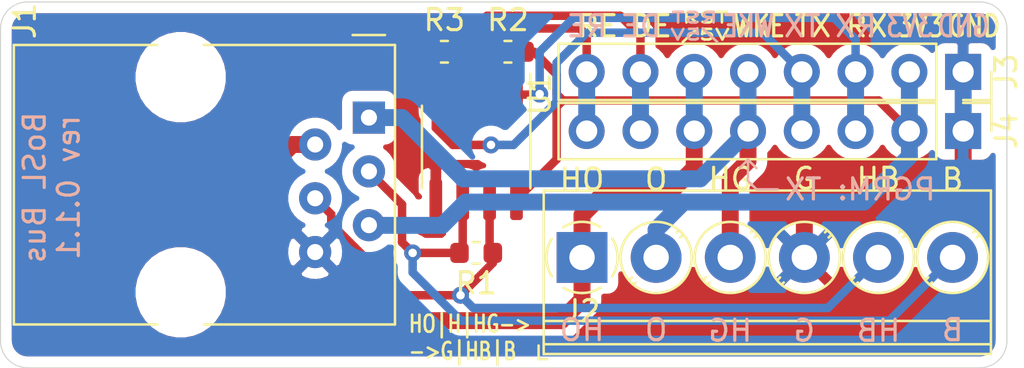
<source format=kicad_pcb>
(kicad_pcb (version 20171130) (host pcbnew "(5.1.5)-3")

  (general
    (thickness 1.6)
    (drawings 44)
    (tracks 113)
    (zones 0)
    (modules 8)
    (nets 11)
  )

  (page A4)
  (title_block
    (title "BoSL Bus Converter")
    (date 2020-08-06)
    (rev "rev 0.1.1")
  )

  (layers
    (0 F.Cu signal)
    (31 B.Cu signal)
    (32 B.Adhes user)
    (33 F.Adhes user)
    (34 B.Paste user)
    (35 F.Paste user)
    (36 B.SilkS user)
    (37 F.SilkS user)
    (38 B.Mask user)
    (39 F.Mask user)
    (40 Dwgs.User user)
    (41 Cmts.User user)
    (42 Eco1.User user)
    (43 Eco2.User user)
    (44 Edge.Cuts user)
    (45 Margin user)
    (46 B.CrtYd user)
    (47 F.CrtYd user)
    (48 B.Fab user)
    (49 F.Fab user hide)
  )

  (setup
    (last_trace_width 0.4)
    (user_trace_width 0.4)
    (user_trace_width 0.8)
    (trace_clearance 0.2)
    (zone_clearance 0.508)
    (zone_45_only no)
    (trace_min 0.2)
    (via_size 0.8)
    (via_drill 0.4)
    (via_min_size 0.4)
    (via_min_drill 0.3)
    (uvia_size 0.3)
    (uvia_drill 0.1)
    (uvias_allowed no)
    (uvia_min_size 0.2)
    (uvia_min_drill 0.1)
    (edge_width 0.05)
    (segment_width 0.2)
    (pcb_text_width 0.3)
    (pcb_text_size 1.5 1.5)
    (mod_edge_width 0.12)
    (mod_text_size 1 1)
    (mod_text_width 0.15)
    (pad_size 1.524 1.524)
    (pad_drill 0.762)
    (pad_to_mask_clearance 0.051)
    (solder_mask_min_width 0.25)
    (aux_axis_origin 0 0)
    (visible_elements 7FFFFFFF)
    (pcbplotparams
      (layerselection 0x010fc_ffffffff)
      (usegerberextensions false)
      (usegerberattributes false)
      (usegerberadvancedattributes false)
      (creategerberjobfile false)
      (excludeedgelayer true)
      (linewidth 0.150000)
      (plotframeref false)
      (viasonmask false)
      (mode 1)
      (useauxorigin false)
      (hpglpennumber 1)
      (hpglpenspeed 20)
      (hpglpendiameter 15.000000)
      (psnegative false)
      (psa4output false)
      (plotreference true)
      (plotvalue true)
      (plotinvisibletext false)
      (padsonsilk false)
      (subtractmaskfromsilk false)
      (outputformat 1)
      (mirror false)
      (drillshape 0)
      (scaleselection 1)
      (outputdirectory "Production/"))
  )

  (net 0 "")
  (net 1 H_GREEN)
  (net 2 H_ORANGE)
  (net 3 BLUE)
  (net 4 H_BLUE)
  (net 5 ORANGE)
  (net 6 RE)
  (net 7 DE)
  (net 8 TX)
  (net 9 GREEN)
  (net 10 RX)

  (net_class Default "This is the default net class."
    (clearance 0.2)
    (trace_width 0.25)
    (via_dia 0.8)
    (via_drill 0.4)
    (uvia_dia 0.3)
    (uvia_drill 0.1)
    (add_net BLUE)
    (add_net DE)
    (add_net GREEN)
    (add_net H_BLUE)
    (add_net H_GREEN)
    (add_net H_ORANGE)
    (add_net ORANGE)
    (add_net RE)
    (add_net RX)
    (add_net TX)
  )

  (module Connector_PinHeader_2.54mm:PinHeader_1x08_P2.54mm_Vertical (layer F.Cu) (tedit 59FED5CC) (tstamp 5F070866)
    (at 151 118.745 270)
    (descr "Through hole straight pin header, 1x08, 2.54mm pitch, single row")
    (tags "Through hole pin header THT 1x08 2.54mm single row")
    (path /5F12F8E9)
    (fp_text reference J4 (at 0 -2.032 90) (layer F.SilkS)
      (effects (font (size 1 1) (thickness 0.15)))
    )
    (fp_text value Conn_01x08 (at 0 20.11 90) (layer F.Fab)
      (effects (font (size 1 1) (thickness 0.15)))
    )
    (fp_text user %R (at 0 8.89) (layer F.Fab)
      (effects (font (size 1 1) (thickness 0.15)))
    )
    (fp_line (start 1.8 -1.8) (end -1.8 -1.8) (layer F.CrtYd) (width 0.05))
    (fp_line (start 1.8 19.55) (end 1.8 -1.8) (layer F.CrtYd) (width 0.05))
    (fp_line (start -1.8 19.55) (end 1.8 19.55) (layer F.CrtYd) (width 0.05))
    (fp_line (start -1.8 -1.8) (end -1.8 19.55) (layer F.CrtYd) (width 0.05))
    (fp_line (start -1.33 -1.33) (end 0 -1.33) (layer F.SilkS) (width 0.12))
    (fp_line (start -1.33 0) (end -1.33 -1.33) (layer F.SilkS) (width 0.12))
    (fp_line (start -1.33 1.27) (end 1.33 1.27) (layer F.SilkS) (width 0.12))
    (fp_line (start 1.33 1.27) (end 1.33 19.11) (layer F.SilkS) (width 0.12))
    (fp_line (start -1.33 1.27) (end -1.33 19.11) (layer F.SilkS) (width 0.12))
    (fp_line (start -1.33 19.11) (end 1.33 19.11) (layer F.SilkS) (width 0.12))
    (fp_line (start -1.27 -0.635) (end -0.635 -1.27) (layer F.Fab) (width 0.1))
    (fp_line (start -1.27 19.05) (end -1.27 -0.635) (layer F.Fab) (width 0.1))
    (fp_line (start 1.27 19.05) (end -1.27 19.05) (layer F.Fab) (width 0.1))
    (fp_line (start 1.27 -1.27) (end 1.27 19.05) (layer F.Fab) (width 0.1))
    (fp_line (start -0.635 -1.27) (end 1.27 -1.27) (layer F.Fab) (width 0.1))
    (pad 8 thru_hole oval (at 0 17.78 270) (size 1.7 1.7) (drill 1) (layers *.Cu *.Mask)
      (net 6 RE))
    (pad 7 thru_hole oval (at 0 15.24 270) (size 1.7 1.7) (drill 1) (layers *.Cu *.Mask)
      (net 7 DE))
    (pad 6 thru_hole oval (at 0 12.7 270) (size 1.7 1.7) (drill 1) (layers *.Cu *.Mask)
      (net 2 H_ORANGE))
    (pad 5 thru_hole oval (at 0 10.16 270) (size 1.7 1.7) (drill 1) (layers *.Cu *.Mask)
      (net 1 H_GREEN))
    (pad 4 thru_hole oval (at 0 7.62 270) (size 1.7 1.7) (drill 1) (layers *.Cu *.Mask)
      (net 8 TX))
    (pad 3 thru_hole oval (at 0 5.08 270) (size 1.7 1.7) (drill 1) (layers *.Cu *.Mask)
      (net 10 RX))
    (pad 2 thru_hole oval (at 0 2.54 270) (size 1.7 1.7) (drill 1) (layers *.Cu *.Mask)
      (net 5 ORANGE))
    (pad 1 thru_hole rect (at 0 0 270) (size 1.7 1.7) (drill 1) (layers *.Cu *.Mask)
      (net 9 GREEN))
  )

  (module Connector_PinSocket_2.54mm:PinSocket_1x08_P2.54mm_Vertical (layer F.Cu) (tedit 5A19A420) (tstamp 5F0708B7)
    (at 151 115.951 270)
    (descr "Through hole straight socket strip, 1x08, 2.54mm pitch, single row (from Kicad 4.0.7), script generated")
    (tags "Through hole socket strip THT 1x08 2.54mm single row")
    (path /5F18ED8A)
    (fp_text reference J3 (at 0 -2.032 90) (layer F.SilkS)
      (effects (font (size 1 1) (thickness 0.15)))
    )
    (fp_text value Conn_01x08 (at 0 20.55 90) (layer F.Fab)
      (effects (font (size 1 1) (thickness 0.15)))
    )
    (fp_text user %R (at 0 8.89) (layer F.Fab)
      (effects (font (size 1 1) (thickness 0.15)))
    )
    (fp_line (start -1.8 19.55) (end -1.8 -1.8) (layer F.CrtYd) (width 0.05))
    (fp_line (start 1.75 19.55) (end -1.8 19.55) (layer F.CrtYd) (width 0.05))
    (fp_line (start 1.75 -1.8) (end 1.75 19.55) (layer F.CrtYd) (width 0.05))
    (fp_line (start -1.8 -1.8) (end 1.75 -1.8) (layer F.CrtYd) (width 0.05))
    (fp_line (start 0 -1.33) (end 1.33 -1.33) (layer F.SilkS) (width 0.12))
    (fp_line (start 1.33 -1.33) (end 1.33 0) (layer F.SilkS) (width 0.12))
    (fp_line (start 1.33 1.27) (end 1.33 19.11) (layer F.SilkS) (width 0.12))
    (fp_line (start -1.33 19.11) (end 1.33 19.11) (layer F.SilkS) (width 0.12))
    (fp_line (start -1.33 1.27) (end -1.33 19.11) (layer F.SilkS) (width 0.12))
    (fp_line (start -1.33 1.27) (end 1.33 1.27) (layer F.SilkS) (width 0.12))
    (fp_line (start -1.27 19.05) (end -1.27 -1.27) (layer F.Fab) (width 0.1))
    (fp_line (start 1.27 19.05) (end -1.27 19.05) (layer F.Fab) (width 0.1))
    (fp_line (start 1.27 -0.635) (end 1.27 19.05) (layer F.Fab) (width 0.1))
    (fp_line (start 0.635 -1.27) (end 1.27 -0.635) (layer F.Fab) (width 0.1))
    (fp_line (start -1.27 -1.27) (end 0.635 -1.27) (layer F.Fab) (width 0.1))
    (pad 8 thru_hole oval (at 0 17.78 270) (size 1.7 1.7) (drill 1) (layers *.Cu *.Mask)
      (net 6 RE))
    (pad 7 thru_hole oval (at 0 15.24 270) (size 1.7 1.7) (drill 1) (layers *.Cu *.Mask)
      (net 7 DE))
    (pad 6 thru_hole oval (at 0 12.7 270) (size 1.7 1.7) (drill 1) (layers *.Cu *.Mask)
      (net 2 H_ORANGE))
    (pad 5 thru_hole oval (at 0 10.16 270) (size 1.7 1.7) (drill 1) (layers *.Cu *.Mask)
      (net 1 H_GREEN))
    (pad 4 thru_hole oval (at 0 7.62 270) (size 1.7 1.7) (drill 1) (layers *.Cu *.Mask)
      (net 8 TX))
    (pad 3 thru_hole oval (at 0 5.08 270) (size 1.7 1.7) (drill 1) (layers *.Cu *.Mask)
      (net 10 RX))
    (pad 2 thru_hole oval (at 0 2.54 270) (size 1.7 1.7) (drill 1) (layers *.Cu *.Mask)
      (net 5 ORANGE))
    (pad 1 thru_hole rect (at 0 0 270) (size 1.7 1.7) (drill 1) (layers *.Cu *.Mask)
      (net 9 GREEN))
    (model ${KISYS3DMOD}/Connector_PinSocket_2.54mm.3dshapes/PinSocket_1x08_P2.54mm_Vertical.wrl
      (at (xyz 0 0 0))
      (scale (xyz 1 1 1))
      (rotate (xyz 0 0 0))
    )
  )

  (module TerminalBlock_Phoenix:TerminalBlock_Phoenix_PT-1,5-6-3.5-H_1x06_P3.50mm_Horizontal (layer F.Cu) (tedit 5B294F41) (tstamp 5F2B8DF9)
    (at 133 124.714)
    (descr "Terminal Block Phoenix PT-1,5-6-3.5-H, 6 pins, pitch 3.5mm, size 21x7.6mm^2, drill diamater 1.2mm, pad diameter 2.4mm, see , script-generated using https://github.com/pointhi/kicad-footprint-generator/scripts/TerminalBlock_Phoenix")
    (tags "THT Terminal Block Phoenix PT-1,5-6-3.5-H pitch 3.5mm size 21x7.6mm^2 drill 1.2mm pad 2.4mm")
    (path /5F2B815C)
    (fp_text reference J2 (at 0 2.536) (layer F.SilkS)
      (effects (font (size 1 1) (thickness 0.15)))
    )
    (fp_text value Screw_Terminal_01x06 (at 8.75 5.56) (layer F.Fab)
      (effects (font (size 1 1) (thickness 0.15)))
    )
    (fp_text user %R (at 8.75 2.4) (layer F.Fab)
      (effects (font (size 1 1) (thickness 0.15)))
    )
    (fp_line (start 19.75 -3.6) (end -2.25 -3.6) (layer F.CrtYd) (width 0.05))
    (fp_line (start 19.75 5) (end 19.75 -3.6) (layer F.CrtYd) (width 0.05))
    (fp_line (start -2.25 5) (end 19.75 5) (layer F.CrtYd) (width 0.05))
    (fp_line (start -2.25 -3.6) (end -2.25 5) (layer F.CrtYd) (width 0.05))
    (fp_line (start -2.05 4.8) (end -1.65 4.8) (layer F.SilkS) (width 0.12))
    (fp_line (start -2.05 4.16) (end -2.05 4.8) (layer F.SilkS) (width 0.12))
    (fp_line (start 16.355 0.941) (end 16.226 1.069) (layer F.SilkS) (width 0.12))
    (fp_line (start 18.57 -1.275) (end 18.476 -1.181) (layer F.SilkS) (width 0.12))
    (fp_line (start 16.525 1.181) (end 16.431 1.274) (layer F.SilkS) (width 0.12))
    (fp_line (start 18.775 -1.069) (end 18.646 -0.941) (layer F.SilkS) (width 0.12))
    (fp_line (start 18.455 -1.138) (end 16.363 0.955) (layer F.Fab) (width 0.1))
    (fp_line (start 18.638 -0.955) (end 16.546 1.138) (layer F.Fab) (width 0.1))
    (fp_line (start 12.855 0.941) (end 12.726 1.069) (layer F.SilkS) (width 0.12))
    (fp_line (start 15.07 -1.275) (end 14.976 -1.181) (layer F.SilkS) (width 0.12))
    (fp_line (start 13.025 1.181) (end 12.931 1.274) (layer F.SilkS) (width 0.12))
    (fp_line (start 15.275 -1.069) (end 15.146 -0.941) (layer F.SilkS) (width 0.12))
    (fp_line (start 14.955 -1.138) (end 12.863 0.955) (layer F.Fab) (width 0.1))
    (fp_line (start 15.138 -0.955) (end 13.046 1.138) (layer F.Fab) (width 0.1))
    (fp_line (start 9.355 0.941) (end 9.226 1.069) (layer F.SilkS) (width 0.12))
    (fp_line (start 11.57 -1.275) (end 11.476 -1.181) (layer F.SilkS) (width 0.12))
    (fp_line (start 9.525 1.181) (end 9.431 1.274) (layer F.SilkS) (width 0.12))
    (fp_line (start 11.775 -1.069) (end 11.646 -0.941) (layer F.SilkS) (width 0.12))
    (fp_line (start 11.455 -1.138) (end 9.363 0.955) (layer F.Fab) (width 0.1))
    (fp_line (start 11.638 -0.955) (end 9.546 1.138) (layer F.Fab) (width 0.1))
    (fp_line (start 5.855 0.941) (end 5.726 1.069) (layer F.SilkS) (width 0.12))
    (fp_line (start 8.07 -1.275) (end 7.976 -1.181) (layer F.SilkS) (width 0.12))
    (fp_line (start 6.025 1.181) (end 5.931 1.274) (layer F.SilkS) (width 0.12))
    (fp_line (start 8.275 -1.069) (end 8.146 -0.941) (layer F.SilkS) (width 0.12))
    (fp_line (start 7.955 -1.138) (end 5.863 0.955) (layer F.Fab) (width 0.1))
    (fp_line (start 8.138 -0.955) (end 6.046 1.138) (layer F.Fab) (width 0.1))
    (fp_line (start 2.355 0.941) (end 2.226 1.069) (layer F.SilkS) (width 0.12))
    (fp_line (start 4.57 -1.275) (end 4.476 -1.181) (layer F.SilkS) (width 0.12))
    (fp_line (start 2.525 1.181) (end 2.431 1.274) (layer F.SilkS) (width 0.12))
    (fp_line (start 4.775 -1.069) (end 4.646 -0.941) (layer F.SilkS) (width 0.12))
    (fp_line (start 4.455 -1.138) (end 2.363 0.955) (layer F.Fab) (width 0.1))
    (fp_line (start 4.638 -0.955) (end 2.546 1.138) (layer F.Fab) (width 0.1))
    (fp_line (start 0.955 -1.138) (end -1.138 0.955) (layer F.Fab) (width 0.1))
    (fp_line (start 1.138 -0.955) (end -0.955 1.138) (layer F.Fab) (width 0.1))
    (fp_line (start 19.311 -3.16) (end 19.311 4.56) (layer F.SilkS) (width 0.12))
    (fp_line (start -1.81 -3.16) (end -1.81 4.56) (layer F.SilkS) (width 0.12))
    (fp_line (start -1.81 4.56) (end 19.311 4.56) (layer F.SilkS) (width 0.12))
    (fp_line (start -1.81 -3.16) (end 19.311 -3.16) (layer F.SilkS) (width 0.12))
    (fp_line (start -1.81 3) (end 19.311 3) (layer F.SilkS) (width 0.12))
    (fp_line (start -1.75 3) (end 19.25 3) (layer F.Fab) (width 0.1))
    (fp_line (start -1.81 4.1) (end 19.311 4.1) (layer F.SilkS) (width 0.12))
    (fp_line (start -1.75 4.1) (end 19.25 4.1) (layer F.Fab) (width 0.1))
    (fp_line (start -1.75 4.1) (end -1.75 -3.1) (layer F.Fab) (width 0.1))
    (fp_line (start -1.35 4.5) (end -1.75 4.1) (layer F.Fab) (width 0.1))
    (fp_line (start 19.25 4.5) (end -1.35 4.5) (layer F.Fab) (width 0.1))
    (fp_line (start 19.25 -3.1) (end 19.25 4.5) (layer F.Fab) (width 0.1))
    (fp_line (start -1.75 -3.1) (end 19.25 -3.1) (layer F.Fab) (width 0.1))
    (fp_circle (center 17.5 0) (end 19.18 0) (layer F.SilkS) (width 0.12))
    (fp_circle (center 17.5 0) (end 19 0) (layer F.Fab) (width 0.1))
    (fp_circle (center 14 0) (end 15.68 0) (layer F.SilkS) (width 0.12))
    (fp_circle (center 14 0) (end 15.5 0) (layer F.Fab) (width 0.1))
    (fp_circle (center 10.5 0) (end 12.18 0) (layer F.SilkS) (width 0.12))
    (fp_circle (center 10.5 0) (end 12 0) (layer F.Fab) (width 0.1))
    (fp_circle (center 7 0) (end 8.68 0) (layer F.SilkS) (width 0.12))
    (fp_circle (center 7 0) (end 8.5 0) (layer F.Fab) (width 0.1))
    (fp_circle (center 3.5 0) (end 5.18 0) (layer F.SilkS) (width 0.12))
    (fp_circle (center 3.5 0) (end 5 0) (layer F.Fab) (width 0.1))
    (fp_circle (center 0 0) (end 1.5 0) (layer F.Fab) (width 0.1))
    (fp_arc (start 0 0) (end -0.866 1.44) (angle -32) (layer F.SilkS) (width 0.12))
    (fp_arc (start 0 0) (end -1.44 -0.866) (angle -63) (layer F.SilkS) (width 0.12))
    (fp_arc (start 0 0) (end 0.866 -1.44) (angle -63) (layer F.SilkS) (width 0.12))
    (fp_arc (start 0 0) (end 1.425 0.891) (angle -64) (layer F.SilkS) (width 0.12))
    (fp_arc (start 0 0) (end 0 1.68) (angle -32) (layer F.SilkS) (width 0.12))
    (pad 6 thru_hole circle (at 17.5 0) (size 2.4 2.4) (drill 1.2) (layers *.Cu *.Mask)
      (net 3 BLUE))
    (pad 5 thru_hole circle (at 14 0) (size 2.4 2.4) (drill 1.2) (layers *.Cu *.Mask)
      (net 4 H_BLUE))
    (pad 4 thru_hole circle (at 10.5 0) (size 2.4 2.4) (drill 1.2) (layers *.Cu *.Mask)
      (net 9 GREEN))
    (pad 3 thru_hole circle (at 7 0) (size 2.4 2.4) (drill 1.2) (layers *.Cu *.Mask)
      (net 1 H_GREEN))
    (pad 2 thru_hole circle (at 3.5 0) (size 2.4 2.4) (drill 1.2) (layers *.Cu *.Mask)
      (net 5 ORANGE))
    (pad 1 thru_hole rect (at 0 0) (size 2.4 2.4) (drill 1.2) (layers *.Cu *.Mask)
      (net 2 H_ORANGE))
    (model ${KISYS3DMOD}/TerminalBlock_Phoenix.3dshapes/TerminalBlock_Phoenix_PT-1,5-6-3.5-H_1x06_P3.50mm_Horizontal.wrl
      (at (xyz 0 0 0))
      (scale (xyz 1 1 1))
      (rotate (xyz 0 0 0))
    )
    (model ${KISYS3DMOD}/TerminalBlock_Altech.3dshapes/Altech_AK300_1x06_P5.00mm_45-Degree.step
      (at (xyz 0 0 0))
      (scale (xyz 0.7 0.6 0.7))
      (rotate (xyz 0 0 0))
    )
  )

  (module Package_SO:SOIC-8_3.9x4.9mm_P1.27mm (layer F.Cu) (tedit 5D9F72B1) (tstamp 5F070757)
    (at 128 119.5 270)
    (descr "SOIC, 8 Pin (JEDEC MS-012AA, https://www.analog.com/media/en/package-pcb-resources/package/pkg_pdf/soic_narrow-r/r_8.pdf), generated with kicad-footprint-generator ipc_gullwing_generator.py")
    (tags "SOIC SO")
    (path /5F11631F)
    (attr smd)
    (fp_text reference U1 (at -2.5 -3 90) (layer F.SilkS)
      (effects (font (size 1 1) (thickness 0.15)))
    )
    (fp_text value SN65HVD75 (at 0 3.4 90) (layer F.Fab)
      (effects (font (size 1 1) (thickness 0.15)))
    )
    (fp_text user %R (at 0 0 90) (layer F.Fab)
      (effects (font (size 0.98 0.98) (thickness 0.15)))
    )
    (fp_line (start 3.7 -2.7) (end -3.7 -2.7) (layer F.CrtYd) (width 0.05))
    (fp_line (start 3.7 2.7) (end 3.7 -2.7) (layer F.CrtYd) (width 0.05))
    (fp_line (start -3.7 2.7) (end 3.7 2.7) (layer F.CrtYd) (width 0.05))
    (fp_line (start -3.7 -2.7) (end -3.7 2.7) (layer F.CrtYd) (width 0.05))
    (fp_line (start -1.95 -1.475) (end -0.975 -2.45) (layer F.Fab) (width 0.1))
    (fp_line (start -1.95 2.45) (end -1.95 -1.475) (layer F.Fab) (width 0.1))
    (fp_line (start 1.95 2.45) (end -1.95 2.45) (layer F.Fab) (width 0.1))
    (fp_line (start 1.95 -2.45) (end 1.95 2.45) (layer F.Fab) (width 0.1))
    (fp_line (start -0.975 -2.45) (end 1.95 -2.45) (layer F.Fab) (width 0.1))
    (fp_line (start 0 -2.56) (end -3.45 -2.56) (layer F.SilkS) (width 0.12))
    (fp_line (start 0 -2.56) (end 1.95 -2.56) (layer F.SilkS) (width 0.12))
    (fp_line (start 0 2.56) (end -1.95 2.56) (layer F.SilkS) (width 0.12))
    (fp_line (start 0 2.56) (end 1.95 2.56) (layer F.SilkS) (width 0.12))
    (pad 8 smd roundrect (at 2.475 -1.905 270) (size 1.95 0.6) (layers F.Cu F.Paste F.Mask) (roundrect_rratio 0.25)
      (net 5 ORANGE))
    (pad 7 smd roundrect (at 2.475 -0.635 270) (size 1.95 0.6) (layers F.Cu F.Paste F.Mask) (roundrect_rratio 0.25)
      (net 4 H_BLUE))
    (pad 6 smd roundrect (at 2.475 0.635 270) (size 1.95 0.6) (layers F.Cu F.Paste F.Mask) (roundrect_rratio 0.25)
      (net 3 BLUE))
    (pad 5 smd roundrect (at 2.475 1.905 270) (size 1.95 0.6) (layers F.Cu F.Paste F.Mask) (roundrect_rratio 0.25)
      (net 9 GREEN))
    (pad 4 smd roundrect (at -2.475 1.905 270) (size 1.95 0.6) (layers F.Cu F.Paste F.Mask) (roundrect_rratio 0.25)
      (net 8 TX))
    (pad 3 smd roundrect (at -2.475 0.635 270) (size 1.95 0.6) (layers F.Cu F.Paste F.Mask) (roundrect_rratio 0.25)
      (net 7 DE))
    (pad 2 smd roundrect (at -2.475 -0.635 270) (size 1.95 0.6) (layers F.Cu F.Paste F.Mask) (roundrect_rratio 0.25)
      (net 6 RE))
    (pad 1 smd roundrect (at -2.475 -1.905 270) (size 1.95 0.6) (layers F.Cu F.Paste F.Mask) (roundrect_rratio 0.25)
      (net 10 RX))
    (model ${KISYS3DMOD}/Package_SO.3dshapes/SOIC-8_3.9x4.9mm_P1.27mm.wrl
      (at (xyz 0 0 0))
      (scale (xyz 1 1 1))
      (rotate (xyz 0 0 0))
    )
  )

  (module Resistor_SMD:R_0603_1608Metric (layer F.Cu) (tedit 5B301BBD) (tstamp 5F06E7A9)
    (at 126.5 115)
    (descr "Resistor SMD 0603 (1608 Metric), square (rectangular) end terminal, IPC_7351 nominal, (Body size source: http://www.tortai-tech.com/upload/download/2011102023233369053.pdf), generated with kicad-footprint-generator")
    (tags resistor)
    (path /5F150FFB)
    (attr smd)
    (fp_text reference R3 (at 0 -1.5) (layer F.SilkS)
      (effects (font (size 1 1) (thickness 0.15)))
    )
    (fp_text value "47 kΩ" (at 0 1.43) (layer F.Fab)
      (effects (font (size 1 1) (thickness 0.15)))
    )
    (fp_text user %R (at 0 0) (layer F.Fab)
      (effects (font (size 0.4 0.4) (thickness 0.06)))
    )
    (fp_line (start 1.48 0.73) (end -1.48 0.73) (layer F.CrtYd) (width 0.05))
    (fp_line (start 1.48 -0.73) (end 1.48 0.73) (layer F.CrtYd) (width 0.05))
    (fp_line (start -1.48 -0.73) (end 1.48 -0.73) (layer F.CrtYd) (width 0.05))
    (fp_line (start -1.48 0.73) (end -1.48 -0.73) (layer F.CrtYd) (width 0.05))
    (fp_line (start -0.162779 0.51) (end 0.162779 0.51) (layer F.SilkS) (width 0.12))
    (fp_line (start -0.162779 -0.51) (end 0.162779 -0.51) (layer F.SilkS) (width 0.12))
    (fp_line (start 0.8 0.4) (end -0.8 0.4) (layer F.Fab) (width 0.1))
    (fp_line (start 0.8 -0.4) (end 0.8 0.4) (layer F.Fab) (width 0.1))
    (fp_line (start -0.8 -0.4) (end 0.8 -0.4) (layer F.Fab) (width 0.1))
    (fp_line (start -0.8 0.4) (end -0.8 -0.4) (layer F.Fab) (width 0.1))
    (pad 2 smd roundrect (at 0.7875 0) (size 0.875 0.95) (layers F.Cu F.Paste F.Mask) (roundrect_rratio 0.25)
      (net 7 DE))
    (pad 1 smd roundrect (at -0.7875 0) (size 0.875 0.95) (layers F.Cu F.Paste F.Mask) (roundrect_rratio 0.25)
      (net 9 GREEN))
    (model ${KISYS3DMOD}/Resistor_SMD.3dshapes/R_0603_1608Metric.wrl
      (at (xyz 0 0 0))
      (scale (xyz 1 1 1))
      (rotate (xyz 0 0 0))
    )
  )

  (module Resistor_SMD:R_0603_1608Metric (layer F.Cu) (tedit 5B301BBD) (tstamp 5F06F458)
    (at 129.5 115)
    (descr "Resistor SMD 0603 (1608 Metric), square (rectangular) end terminal, IPC_7351 nominal, (Body size source: http://www.tortai-tech.com/upload/download/2011102023233369053.pdf), generated with kicad-footprint-generator")
    (tags resistor)
    (path /5F150CCE)
    (attr smd)
    (fp_text reference R2 (at 0 -1.5) (layer F.SilkS)
      (effects (font (size 1 1) (thickness 0.15)))
    )
    (fp_text value "47 kΩ" (at 0 1.43) (layer F.Fab)
      (effects (font (size 1 1) (thickness 0.15)))
    )
    (fp_text user %R (at 0 0) (layer F.Fab)
      (effects (font (size 0.4 0.4) (thickness 0.06)))
    )
    (fp_line (start 1.48 0.73) (end -1.48 0.73) (layer F.CrtYd) (width 0.05))
    (fp_line (start 1.48 -0.73) (end 1.48 0.73) (layer F.CrtYd) (width 0.05))
    (fp_line (start -1.48 -0.73) (end 1.48 -0.73) (layer F.CrtYd) (width 0.05))
    (fp_line (start -1.48 0.73) (end -1.48 -0.73) (layer F.CrtYd) (width 0.05))
    (fp_line (start -0.162779 0.51) (end 0.162779 0.51) (layer F.SilkS) (width 0.12))
    (fp_line (start -0.162779 -0.51) (end 0.162779 -0.51) (layer F.SilkS) (width 0.12))
    (fp_line (start 0.8 0.4) (end -0.8 0.4) (layer F.Fab) (width 0.1))
    (fp_line (start 0.8 -0.4) (end 0.8 0.4) (layer F.Fab) (width 0.1))
    (fp_line (start -0.8 -0.4) (end 0.8 -0.4) (layer F.Fab) (width 0.1))
    (fp_line (start -0.8 0.4) (end -0.8 -0.4) (layer F.Fab) (width 0.1))
    (pad 2 smd roundrect (at 0.7875 0) (size 0.875 0.95) (layers F.Cu F.Paste F.Mask) (roundrect_rratio 0.25)
      (net 5 ORANGE))
    (pad 1 smd roundrect (at -0.7875 0) (size 0.875 0.95) (layers F.Cu F.Paste F.Mask) (roundrect_rratio 0.25)
      (net 6 RE))
    (model ${KISYS3DMOD}/Resistor_SMD.3dshapes/R_0603_1608Metric.wrl
      (at (xyz 0 0 0))
      (scale (xyz 1 1 1))
      (rotate (xyz 0 0 0))
    )
  )

  (module Resistor_SMD:R_0603_1608Metric (layer F.Cu) (tedit 5B301BBD) (tstamp 5F06E787)
    (at 128 124.5 180)
    (descr "Resistor SMD 0603 (1608 Metric), square (rectangular) end terminal, IPC_7351 nominal, (Body size source: http://www.tortai-tech.com/upload/download/2011102023233369053.pdf), generated with kicad-footprint-generator")
    (tags resistor)
    (path /5F116309)
    (attr smd)
    (fp_text reference R1 (at 0 -1.43) (layer F.SilkS)
      (effects (font (size 1 1) (thickness 0.15)))
    )
    (fp_text value "100 Ω" (at 0 1.43) (layer F.Fab)
      (effects (font (size 1 1) (thickness 0.15)))
    )
    (fp_text user %R (at 0 0) (layer F.Fab)
      (effects (font (size 0.4 0.4) (thickness 0.06)))
    )
    (fp_line (start 1.48 0.73) (end -1.48 0.73) (layer F.CrtYd) (width 0.05))
    (fp_line (start 1.48 -0.73) (end 1.48 0.73) (layer F.CrtYd) (width 0.05))
    (fp_line (start -1.48 -0.73) (end 1.48 -0.73) (layer F.CrtYd) (width 0.05))
    (fp_line (start -1.48 0.73) (end -1.48 -0.73) (layer F.CrtYd) (width 0.05))
    (fp_line (start -0.162779 0.51) (end 0.162779 0.51) (layer F.SilkS) (width 0.12))
    (fp_line (start -0.162779 -0.51) (end 0.162779 -0.51) (layer F.SilkS) (width 0.12))
    (fp_line (start 0.8 0.4) (end -0.8 0.4) (layer F.Fab) (width 0.1))
    (fp_line (start 0.8 -0.4) (end 0.8 0.4) (layer F.Fab) (width 0.1))
    (fp_line (start -0.8 -0.4) (end 0.8 -0.4) (layer F.Fab) (width 0.1))
    (fp_line (start -0.8 0.4) (end -0.8 -0.4) (layer F.Fab) (width 0.1))
    (pad 2 smd roundrect (at 0.7875 0 180) (size 0.875 0.95) (layers F.Cu F.Paste F.Mask) (roundrect_rratio 0.25)
      (net 3 BLUE))
    (pad 1 smd roundrect (at -0.7875 0 180) (size 0.875 0.95) (layers F.Cu F.Paste F.Mask) (roundrect_rratio 0.25)
      (net 4 H_BLUE))
    (model ${KISYS3DMOD}/Resistor_SMD.3dshapes/R_0603_1608Metric.wrl
      (at (xyz 0 0 0))
      (scale (xyz 1 1 1))
      (rotate (xyz 0 0 0))
    )
  )

  (module Connector_RJ:RJ12_Amphenol_54601 (layer F.Cu) (tedit 5AE2E32D) (tstamp 5F070951)
    (at 122.936 118.11 270)
    (descr "RJ12 connector  https://cdn.amphenol-icc.com/media/wysiwyg/files/drawing/c-bmj-0082.pdf")
    (tags "RJ12 connector")
    (path /5F1B1BC5)
    (fp_text reference J1 (at -4.572 16.256 90) (layer F.SilkS)
      (effects (font (size 1 1) (thickness 0.15)))
    )
    (fp_text value 6P6C (at 3.54 18.3 90) (layer F.Fab)
      (effects (font (size 1 1) (thickness 0.15)))
    )
    (fp_text user %R (at 3.16 7.76 90) (layer F.Fab)
      (effects (font (size 1 1) (thickness 0.15)))
    )
    (fp_line (start -3.43 16.77) (end -3.43 0.52) (layer F.Fab) (width 0.1))
    (fp_line (start -3.43 -1.23) (end 9.77 -1.23) (layer F.Fab) (width 0.1))
    (fp_line (start 9.77 -1.23) (end 9.77 16.77) (layer F.Fab) (width 0.1))
    (fp_line (start 9.77 16.77) (end -3.43 16.77) (layer F.Fab) (width 0.1))
    (fp_line (start -4.04 -1.73) (end 10.38 -1.73) (layer F.CrtYd) (width 0.05))
    (fp_line (start 10.38 -1.73) (end 10.38 17.27) (layer F.CrtYd) (width 0.05))
    (fp_line (start 10.38 17.27) (end -4.04 17.27) (layer F.CrtYd) (width 0.05))
    (fp_line (start -4.04 17.27) (end -4.04 -1.73) (layer F.CrtYd) (width 0.05))
    (fp_line (start -3.43 -1.23) (end 9.77 -1.23) (layer F.SilkS) (width 0.12))
    (fp_line (start 9.77 -1.23) (end 9.77 7.79) (layer F.SilkS) (width 0.12))
    (fp_line (start 9.77 16.65) (end 9.77 16.77) (layer F.SilkS) (width 0.1))
    (fp_line (start 9.77 16.77) (end 9.77 9.99) (layer F.SilkS) (width 0.12))
    (fp_line (start 9.77 16.76) (end 9.77 16.77) (layer F.SilkS) (width 0.1))
    (fp_line (start 9.77 16.77) (end -3.43 16.77) (layer F.SilkS) (width 0.12))
    (fp_line (start -3.43 16.77) (end -3.43 9.99) (layer F.SilkS) (width 0.12))
    (fp_line (start -3.43 7.72) (end -3.43 7.79) (layer F.SilkS) (width 0.1))
    (fp_line (start -3.43 7.79) (end -3.43 -1.23) (layer F.SilkS) (width 0.12))
    (fp_line (start -3.9 0.77) (end -3.9 -0.76) (layer F.SilkS) (width 0.12))
    (fp_line (start -3.43 0.52) (end -2.93 0.02) (layer F.Fab) (width 0.1))
    (fp_line (start -2.93 0.02) (end -3.43 -0.48) (layer F.Fab) (width 0.1))
    (fp_line (start -3.43 -0.48) (end -3.43 -1.23) (layer F.Fab) (width 0.1))
    (pad 1 thru_hole rect (at 0 0 270) (size 1.52 1.52) (drill 0.76) (layers *.Cu *.Mask)
      (net 1 H_GREEN))
    (pad "" np_thru_hole circle (at -1.91 8.89 270) (size 3.25 3.25) (drill 3.25) (layers *.Cu *.Mask))
    (pad 2 thru_hole circle (at 1.27 2.54 270) (size 1.52 1.52) (drill 0.76) (layers *.Cu *.Mask)
      (net 2 H_ORANGE))
    (pad 3 thru_hole circle (at 2.54 0 270) (size 1.52 1.52) (drill 0.76) (layers *.Cu *.Mask)
      (net 3 BLUE))
    (pad 4 thru_hole circle (at 3.81 2.54 270) (size 1.52 1.52) (drill 0.76) (layers *.Cu *.Mask)
      (net 4 H_BLUE))
    (pad 5 thru_hole circle (at 5.08 0 270) (size 1.52 1.52) (drill 0.76) (layers *.Cu *.Mask)
      (net 5 ORANGE))
    (pad 6 thru_hole circle (at 6.35 2.54 270) (size 1.52 1.52) (drill 0.76) (layers *.Cu *.Mask)
      (net 9 GREEN))
    (pad "" np_thru_hole circle (at 8.25 8.89 270) (size 3.25 3.25) (drill 3.25) (layers *.Cu *.Mask))
    (model ${KISYS3DMOD}/Connector_RJ.3dshapes/RJ12_Amphenol_54601.wrl
      (at (xyz 0 0 0))
      (scale (xyz 1 1 1))
      (rotate (xyz 0 0 0))
    )
    (model ${KISYS3DMOD}/Connector_RJ.3dshapes/RJ45_Amphenol_RJHSE538X.wrl
      (offset (xyz 6 -7.5 0))
      (scale (xyz 0.8 1.2 1))
      (rotate (xyz 0 0 -180))
    )
  )

  (gr_text "PGRM: TX" (at 146.14 121.5) (layer B.SilkS)
    (effects (font (size 1 1) (thickness 0.15)) (justify mirror))
  )
  (gr_line (start 140.84 120.1) (end 141.24 120.5) (layer B.SilkS) (width 0.12))
  (gr_line (start 140.84 120.1) (end 140.44 120.5) (layer B.SilkS) (width 0.12))
  (gr_line (start 141.24 121.5) (end 142.24 121.5) (layer B.SilkS) (width 0.12))
  (gr_line (start 140.84 121.1) (end 141.24 121.5) (layer B.SilkS) (width 0.12))
  (gr_line (start 140.84 120.1) (end 140.84 121.1) (layer B.SilkS) (width 0.12))
  (gr_text RE (at 133.238 113.792) (layer B.SilkS) (tstamp 5F2BBEBE)
    (effects (font (size 1 1) (thickness 0.15)) (justify mirror))
  )
  (gr_text WKE (at 140.858 113.792) (layer B.SilkS) (tstamp 5F2BBEBD)
    (effects (font (size 1 0.8) (thickness 0.15)) (justify mirror))
  )
  (gr_text "RST\n/5V" (at 138.318 113.792) (layer B.SilkS) (tstamp 5F2BBEBC)
    (effects (font (size 0.5 0.8) (thickness 0.125)) (justify mirror))
  )
  (gr_text DE (at 135.778 113.792) (layer B.SilkS) (tstamp 5F2BBEBB)
    (effects (font (size 1 1) (thickness 0.15)) (justify mirror))
  )
  (gr_text TX (at 143.398 113.792) (layer B.SilkS) (tstamp 5F2BBEBA)
    (effects (font (size 1 1) (thickness 0.15)) (justify mirror))
  )
  (gr_text RX (at 145.938 113.792) (layer B.SilkS) (tstamp 5F2BBEB9)
    (effects (font (size 1 1) (thickness 0.15)) (justify mirror))
  )
  (gr_text 3V3 (at 148.478 113.792) (layer B.SilkS) (tstamp 5F2BBEB8)
    (effects (font (size 1 0.8) (thickness 0.15)) (justify mirror))
  )
  (gr_text GND (at 151.018 113.792) (layer B.SilkS) (tstamp 5F2BBEB7)
    (effects (font (size 1 0.8) (thickness 0.15)) (justify mirror))
  )
  (gr_text HB (at 147 128.174) (layer B.SilkS) (tstamp 5F2BBEB6)
    (effects (font (size 1 1) (thickness 0.15)) (justify mirror))
  )
  (gr_text HO (at 133 128.142) (layer B.SilkS) (tstamp 5F2BBEB5)
    (effects (font (size 1 1) (thickness 0.15)) (justify mirror))
  )
  (gr_text O (at 136.5 128.142) (layer B.SilkS) (tstamp 5F2BBEB4)
    (effects (font (size 1 1) (thickness 0.15)) (justify mirror))
  )
  (gr_text HG (at 140 128.174) (layer B.SilkS) (tstamp 5F2BBEB3)
    (effects (font (size 1 1) (thickness 0.15)) (justify mirror))
  )
  (gr_text G (at 143.5 128.174) (layer B.SilkS) (tstamp 5F2BBEB2)
    (effects (font (size 1 1) (thickness 0.15)) (justify mirror))
  )
  (gr_text B (at 150.5 128.142) (layer B.SilkS) (tstamp 5F2BBEB1)
    (effects (font (size 1 1) (thickness 0.15)) (justify mirror))
  )
  (gr_text RX (at 146.446 113.792) (layer F.SilkS)
    (effects (font (size 1 1) (thickness 0.15)))
  )
  (gr_text TX (at 143.906 113.792) (layer F.SilkS)
    (effects (font (size 1 1) (thickness 0.15)))
  )
  (gr_text DE (at 136.286 113.792) (layer F.SilkS)
    (effects (font (size 1 1) (thickness 0.15)))
  )
  (gr_text "RST\n/5V" (at 138.826 113.792) (layer F.SilkS)
    (effects (font (size 0.5 0.8) (thickness 0.125)))
  )
  (gr_text WKE (at 141.366 113.792) (layer F.SilkS)
    (effects (font (size 1 0.8) (thickness 0.15)))
  )
  (gr_text RE (at 133.746 113.792) (layer F.SilkS)
    (effects (font (size 1 1) (thickness 0.15)))
  )
  (gr_text "HO|H|HG->\n->G|HB|B" (at 124.75 128.5) (layer F.SilkS)
    (effects (font (size 0.8 0.6) (thickness 0.125)) (justify left))
  )
  (gr_arc (start 106.807 113.919) (end 106.807 112.649) (angle -90) (layer Edge.Cuts) (width 0.05) (tstamp 5F07231F))
  (gr_arc (start 106.807 128.651) (end 105.537 128.651) (angle -90) (layer Edge.Cuts) (width 0.05) (tstamp 5F07231F))
  (gr_arc (start 151.796 128.651) (end 151.796 129.921) (angle -90) (layer Edge.Cuts) (width 0.05) (tstamp 5F07231F))
  (gr_arc (start 151.796 113.919) (end 153.066 113.919) (angle -90) (layer Edge.Cuts) (width 0.05))
  (gr_text "BoSL Bus\nrev 0.1.1" (at 107.95 121.412 90) (layer B.SilkS)
    (effects (font (size 1 1) (thickness 0.15)) (justify mirror))
  )
  (gr_text B (at 150.5 121.032) (layer F.SilkS)
    (effects (font (size 1 1) (thickness 0.15)))
  )
  (gr_text HB (at 147 121) (layer F.SilkS)
    (effects (font (size 1 1) (thickness 0.15)))
  )
  (gr_text G (at 143.5 121) (layer F.SilkS)
    (effects (font (size 1 1) (thickness 0.15)))
  )
  (gr_text HG (at 140 121) (layer F.SilkS)
    (effects (font (size 1 1) (thickness 0.15)))
  )
  (gr_text O (at 136.5 121.032) (layer F.SilkS)
    (effects (font (size 1 1) (thickness 0.15)))
  )
  (gr_text HO (at 133 121.032) (layer F.SilkS) (tstamp 5F2B9FFF)
    (effects (font (size 1 1) (thickness 0.15)))
  )
  (gr_text GND (at 151.526 113.792) (layer F.SilkS)
    (effects (font (size 1 0.8) (thickness 0.15)))
  )
  (gr_text 3V3 (at 148.986 113.792) (layer F.SilkS)
    (effects (font (size 1 0.8) (thickness 0.15)))
  )
  (gr_line (start 105.537 113.919) (end 105.537 128.651) (layer Edge.Cuts) (width 0.05) (tstamp 5F071658))
  (gr_line (start 151.796 112.649) (end 106.807 112.649) (layer Edge.Cuts) (width 0.05))
  (gr_line (start 153.066 128.651) (end 153.066 113.919) (layer Edge.Cuts) (width 0.05))
  (gr_line (start 106.807 129.921) (end 151.796 129.921) (layer Edge.Cuts) (width 0.05))

  (segment (start 140 121) (end 140 124.714) (width 0.8) (layer F.Cu) (net 1))
  (segment (start 140.84 120.16) (end 140 121) (width 0.8) (layer F.Cu) (net 1))
  (segment (start 138.585 121) (end 139.990001 119.594999) (width 0.8) (layer B.Cu) (net 1))
  (segment (start 127.386 121) (end 138.585 121) (width 0.8) (layer B.Cu) (net 1))
  (segment (start 122.936 118.11) (end 124.496 118.11) (width 0.8) (layer B.Cu) (net 1))
  (segment (start 124.496 118.11) (end 127.386 121) (width 0.8) (layer B.Cu) (net 1))
  (segment (start 139.990001 119.594999) (end 140.84 118.745) (width 0.8) (layer B.Cu) (net 1))
  (segment (start 140.84 118.745) (end 140.84 120.16) (width 0.8) (layer F.Cu) (net 1))
  (segment (start 140.84 115.951) (end 140.84 118.745) (width 0.8) (layer B.Cu) (net 1))
  (segment (start 133 122.714) (end 134.114 121.6) (width 0.8) (layer F.Cu) (net 2))
  (segment (start 133 124.714) (end 133 122.714) (width 0.8) (layer F.Cu) (net 2))
  (segment (start 134.114 121.6) (end 137.2 121.6) (width 0.8) (layer F.Cu) (net 2))
  (segment (start 137.2 121.6) (end 138.3 120.5) (width 0.8) (layer F.Cu) (net 2))
  (segment (start 119.32 119.38) (end 120.396 119.38) (width 0.8) (layer F.Cu) (net 2))
  (segment (start 118.2 120.5) (end 119.32 119.38) (width 0.8) (layer F.Cu) (net 2))
  (segment (start 133 126.714) (end 132.014 127.7) (width 0.8) (layer F.Cu) (net 2))
  (segment (start 133 124.714) (end 133 126.714) (width 0.8) (layer F.Cu) (net 2))
  (segment (start 118.2 125.8) (end 118.2 120.5) (width 0.8) (layer F.Cu) (net 2))
  (segment (start 132.014 127.7) (end 120.1 127.7) (width 0.8) (layer F.Cu) (net 2))
  (segment (start 120.1 127.7) (end 118.2 125.8) (width 0.8) (layer F.Cu) (net 2))
  (segment (start 138.3 120.5) (end 138.3 118.745) (width 0.8) (layer F.Cu) (net 2))
  (segment (start 138.3 118.745) (end 138.3 115.951) (width 0.8) (layer B.Cu) (net 2))
  (segment (start 127.365 124.3475) (end 127.2125 124.5) (width 0.4) (layer F.Cu) (net 3))
  (segment (start 127.365 121.975) (end 127.365 124.3475) (width 0.4) (layer F.Cu) (net 3))
  (segment (start 125 124.5) (end 127.2125 124.5) (width 0.4) (layer F.Cu) (net 3))
  (via (at 125 124.5) (size 0.8) (drill 0.4) (layers F.Cu B.Cu) (net 3))
  (segment (start 125 125.065685) (end 125 124.5) (width 0.4) (layer B.Cu) (net 3))
  (segment (start 125 125.421502) (end 125 125.065685) (width 0.4) (layer B.Cu) (net 3))
  (segment (start 127.278509 127.700011) (end 125 125.421502) (width 0.4) (layer B.Cu) (net 3))
  (segment (start 147.513989 127.700011) (end 127.278509 127.700011) (width 0.4) (layer B.Cu) (net 3))
  (segment (start 150.5 124.714) (end 147.513989 127.700011) (width 0.4) (layer B.Cu) (net 3))
  (segment (start 124.5 122.214) (end 124.5 124) (width 0.4) (layer F.Cu) (net 3))
  (segment (start 122.936 120.65) (end 124.5 122.214) (width 0.4) (layer F.Cu) (net 3))
  (segment (start 124.5 124) (end 125 124.5) (width 0.4) (layer F.Cu) (net 3))
  (segment (start 128.635 124.3475) (end 128.7875 124.5) (width 0.4) (layer F.Cu) (net 4))
  (segment (start 128.635 121.975) (end 128.635 124.3475) (width 0.4) (layer F.Cu) (net 4))
  (segment (start 128.7875 124.975) (end 127.2625 126.5) (width 0.4) (layer F.Cu) (net 4))
  (segment (start 128.7875 124.5) (end 128.7875 124.975) (width 0.4) (layer F.Cu) (net 4))
  (segment (start 121.155999 122.679999) (end 120.396 121.92) (width 0.4) (layer F.Cu) (net 4))
  (segment (start 121.155999 123.126801) (end 121.155999 122.679999) (width 0.4) (layer F.Cu) (net 4))
  (segment (start 124.529198 126.5) (end 121.155999 123.126801) (width 0.4) (layer F.Cu) (net 4))
  (segment (start 127.2625 126.5) (end 124.529198 126.5) (width 0.4) (layer F.Cu) (net 4))
  (via (at 127.2625 126.5) (size 0.8) (drill 0.4) (layers F.Cu B.Cu) (net 4))
  (segment (start 127.8625 127.1) (end 127.2625 126.5) (width 0.4) (layer B.Cu) (net 4))
  (segment (start 144.614 127.1) (end 127.8625 127.1) (width 0.4) (layer B.Cu) (net 4))
  (segment (start 147 124.714) (end 144.614 127.1) (width 0.4) (layer B.Cu) (net 4))
  (segment (start 130.725 115) (end 130.2875 115) (width 0.4) (layer F.Cu) (net 5))
  (segment (start 131.800001 116.075001) (end 130.725 115) (width 0.4) (layer F.Cu) (net 5))
  (segment (start 129.905 121.975) (end 131.800001 120.079999) (width 0.4) (layer F.Cu) (net 5))
  (segment (start 137.8 122.1) (end 136.5 123.4) (width 0.8) (layer B.Cu) (net 5))
  (segment (start 136.5 123.4) (end 136.5 124.714) (width 0.8) (layer B.Cu) (net 5))
  (segment (start 146.307081 122.1) (end 137.8 122.1) (width 0.8) (layer B.Cu) (net 5))
  (segment (start 148.46 119.947081) (end 146.307081 122.1) (width 0.8) (layer B.Cu) (net 5))
  (segment (start 126.4 123.2) (end 127.5 122.1) (width 0.8) (layer B.Cu) (net 5))
  (segment (start 122.936 123.19) (end 122.946 123.2) (width 0.8) (layer B.Cu) (net 5))
  (segment (start 127.5 122.1) (end 137.8 122.1) (width 0.8) (layer B.Cu) (net 5))
  (segment (start 122.946 123.2) (end 126.4 123.2) (width 0.8) (layer B.Cu) (net 5))
  (segment (start 131.800001 116.799999) (end 131.800001 117.000001) (width 0.4) (layer F.Cu) (net 5))
  (segment (start 131.800001 117.299999) (end 131.800001 116.799999) (width 0.4) (layer F.Cu) (net 5))
  (segment (start 131.800001 116.799999) (end 131.800001 116.075001) (width 0.4) (layer F.Cu) (net 5))
  (segment (start 131.800001 120.079999) (end 131.8 117.6) (width 0.4) (layer F.Cu) (net 5))
  (segment (start 131.8 117.6) (end 131.800001 117.299999) (width 0.4) (layer F.Cu) (net 5))
  (segment (start 132.1 117.3) (end 131.8 117.6) (width 0.4) (layer F.Cu) (net 5))
  (segment (start 148.46 118.745) (end 148.46 119.947081) (width 0.8) (layer B.Cu) (net 5))
  (segment (start 132.1 117.3) (end 147.014999 117.299999) (width 0.4) (layer F.Cu) (net 5))
  (segment (start 131.800001 117.299999) (end 132.1 117.3) (width 0.4) (layer F.Cu) (net 5))
  (segment (start 131.800001 117.000001) (end 132.1 117.3) (width 0.4) (layer F.Cu) (net 5))
  (segment (start 148.46 118.745) (end 148.46 115.951) (width 0.8) (layer B.Cu) (net 5))
  (segment (start 147.014999 117.299999) (end 148.46 118.745) (width 0.4) (layer F.Cu) (net 5))
  (segment (start 128.635 115.0775) (end 128.7125 115) (width 0.4) (layer F.Cu) (net 6))
  (segment (start 128.635 117.025) (end 128.635 115.0775) (width 0.4) (layer F.Cu) (net 6))
  (segment (start 128.7125 114.2875) (end 128.7125 115) (width 0.4) (layer F.Cu) (net 6))
  (segment (start 129.1 113.9) (end 128.7125 114.2875) (width 0.4) (layer F.Cu) (net 6))
  (segment (start 133.22 114.22) (end 132.9 113.9) (width 0.4) (layer F.Cu) (net 6))
  (segment (start 132.9 113.9) (end 129.1 113.9) (width 0.4) (layer F.Cu) (net 6))
  (segment (start 133.22 115.951) (end 133.22 114.22) (width 0.4) (layer F.Cu) (net 6))
  (segment (start 133.22 118.745) (end 133.22 115.951) (width 0.8) (layer B.Cu) (net 6))
  (segment (start 127.365 115.0775) (end 127.2875 115) (width 0.4) (layer F.Cu) (net 7))
  (segment (start 127.365 117.025) (end 127.365 115.0775) (width 0.4) (layer F.Cu) (net 7))
  (segment (start 127.2875 115) (end 127.2875 114.525) (width 0.4) (layer F.Cu) (net 7))
  (segment (start 127.2875 114.525) (end 128.5125 113.3) (width 0.4) (layer F.Cu) (net 7))
  (segment (start 128.5125 113.3) (end 134.8 113.3) (width 0.4) (layer F.Cu) (net 7))
  (segment (start 134.8 113.3) (end 135.76 114.26) (width 0.4) (layer F.Cu) (net 7))
  (segment (start 135.76 114.26) (end 135.76 115.951) (width 0.4) (layer F.Cu) (net 7))
  (segment (start 135.76 115.951) (end 135.76 118.745) (width 0.8) (layer B.Cu) (net 7))
  (via (at 128.7 119.400004) (size 0.8) (drill 0.4) (layers F.Cu B.Cu) (net 8))
  (segment (start 129.265685 119.400004) (end 128.7 119.400004) (width 0.4) (layer B.Cu) (net 8))
  (segment (start 129.765681 119.400004) (end 129.265685 119.400004) (width 0.4) (layer B.Cu) (net 8))
  (segment (start 131.8 117.365685) (end 129.765681 119.400004) (width 0.4) (layer B.Cu) (net 8))
  (segment (start 131.8 115.520998) (end 131.8 117.365685) (width 0.4) (layer B.Cu) (net 8))
  (segment (start 126.900004 119.400004) (end 128.134315 119.400004) (width 0.4) (layer F.Cu) (net 8))
  (segment (start 126.095 117.025) (end 126.095 118.595) (width 0.4) (layer F.Cu) (net 8))
  (segment (start 128.134315 119.400004) (end 128.7 119.400004) (width 0.4) (layer F.Cu) (net 8))
  (segment (start 126.095 118.595) (end 126.900004 119.400004) (width 0.4) (layer F.Cu) (net 8))
  (segment (start 133.220998 114.1) (end 131.8 115.520998) (width 0.4) (layer B.Cu) (net 8))
  (segment (start 143.38 115.951) (end 141.529 114.1) (width 0.4) (layer B.Cu) (net 8))
  (segment (start 141.529 114.1) (end 133.220998 114.1) (width 0.4) (layer B.Cu) (net 8))
  (segment (start 143.38 118.745) (end 143.38 115.951) (width 0.8) (layer B.Cu) (net 8))
  (segment (start 151 120.395) (end 150.095 121.3) (width 0.8) (layer F.Cu) (net 9))
  (segment (start 150.095 121.3) (end 144.7 121.3) (width 0.8) (layer F.Cu) (net 9))
  (segment (start 144.7 121.3) (end 143.5 122.5) (width 0.8) (layer F.Cu) (net 9))
  (segment (start 143.5 122.5) (end 143.5 124.714) (width 0.8) (layer F.Cu) (net 9))
  (segment (start 151 118.745) (end 151 120.395) (width 0.8) (layer F.Cu) (net 9))
  (segment (start 151 115.951) (end 151 118.745) (width 0.8) (layer B.Cu) (net 9))
  (via (at 131 117) (size 0.8) (drill 0.4) (layers F.Cu B.Cu) (net 10))
  (segment (start 129.905 117.025) (end 130.975 117.025) (width 0.4) (layer F.Cu) (net 10))
  (segment (start 130.975 117.025) (end 131 117) (width 0.4) (layer F.Cu) (net 10))
  (segment (start 131 117) (end 131 115) (width 0.4) (layer B.Cu) (net 10))
  (segment (start 131 115) (end 132.6 113.4) (width 0.4) (layer B.Cu) (net 10))
  (segment (start 145.92 114.42) (end 145.92 115.951) (width 0.4) (layer B.Cu) (net 10))
  (segment (start 144.9 113.4) (end 145.92 114.42) (width 0.4) (layer B.Cu) (net 10))
  (segment (start 132.6 113.4) (end 144.9 113.4) (width 0.4) (layer B.Cu) (net 10))
  (segment (start 145.92 115.951) (end 145.92 118.745) (width 0.8) (layer B.Cu) (net 10))

  (zone (net 9) (net_name GREEN) (layer B.Cu) (tstamp 5F180392) (hatch edge 0.508)
    (connect_pads (clearance 0.508))
    (min_thickness 0.254)
    (fill yes (arc_segments 32) (thermal_gap 0.508) (thermal_bridge_width 0.508) (smoothing fillet))
    (polygon
      (pts
        (xy 153 129.921) (xy 105.537 129.921) (xy 105.537 112.649) (xy 153 112.649)
      )
    )
    (filled_polygon
      (pts
        (xy 130.438574 114.380559) (xy 130.40671 114.406709) (xy 130.330503 114.499568) (xy 130.302364 114.533855) (xy 130.224828 114.678914)
        (xy 130.177082 114.836312) (xy 130.16096 115) (xy 130.165001 115.041028) (xy 130.165 116.386715) (xy 130.082795 116.509744)
        (xy 130.004774 116.698102) (xy 129.965 116.898061) (xy 129.965 117.101939) (xy 130.004774 117.301898) (xy 130.082795 117.490256)
        (xy 130.196063 117.659774) (xy 130.260553 117.724264) (xy 129.419814 118.565004) (xy 129.313285 118.565004) (xy 129.190256 118.482799)
        (xy 129.001898 118.404778) (xy 128.801939 118.365004) (xy 128.598061 118.365004) (xy 128.398102 118.404778) (xy 128.209744 118.482799)
        (xy 128.040226 118.596067) (xy 127.896063 118.74023) (xy 127.782795 118.909748) (xy 127.704774 119.098106) (xy 127.665 119.298065)
        (xy 127.665 119.501943) (xy 127.704774 119.701902) (xy 127.782795 119.89026) (xy 127.832735 119.965) (xy 127.814711 119.965)
        (xy 125.263807 117.414097) (xy 125.231396 117.374604) (xy 125.073797 117.245266) (xy 124.893993 117.149159) (xy 124.698895 117.089976)
        (xy 124.546838 117.075) (xy 124.546828 117.075) (xy 124.496 117.069994) (xy 124.445172 117.075) (xy 124.269028 117.075)
        (xy 124.226537 116.995506) (xy 124.147185 116.898815) (xy 124.050494 116.819463) (xy 123.94018 116.760498) (xy 123.820482 116.724188)
        (xy 123.696 116.711928) (xy 122.176 116.711928) (xy 122.051518 116.724188) (xy 121.93182 116.760498) (xy 121.821506 116.819463)
        (xy 121.724815 116.898815) (xy 121.645463 116.995506) (xy 121.586498 117.10582) (xy 121.550188 117.225518) (xy 121.537928 117.35)
        (xy 121.537928 118.578082) (xy 121.479567 118.490739) (xy 121.285261 118.296433) (xy 121.05678 118.143767) (xy 120.802907 118.038609)
        (xy 120.533396 117.985) (xy 120.258604 117.985) (xy 119.989093 118.038609) (xy 119.73522 118.143767) (xy 119.506739 118.296433)
        (xy 119.312433 118.490739) (xy 119.159767 118.71922) (xy 119.054609 118.973093) (xy 119.001 119.242604) (xy 119.001 119.517396)
        (xy 119.054609 119.786907) (xy 119.159767 120.04078) (xy 119.312433 120.269261) (xy 119.506739 120.463567) (xy 119.73522 120.616233)
        (xy 119.81674 120.65) (xy 119.73522 120.683767) (xy 119.506739 120.836433) (xy 119.312433 121.030739) (xy 119.159767 121.25922)
        (xy 119.054609 121.513093) (xy 119.001 121.782604) (xy 119.001 122.057396) (xy 119.054609 122.326907) (xy 119.159767 122.58078)
        (xy 119.312433 122.809261) (xy 119.506739 123.003567) (xy 119.73522 123.156233) (xy 119.811501 123.18783) (xy 119.793674 123.194256)
        (xy 119.678206 123.255975) (xy 119.611469 123.495863) (xy 120.396 124.280395) (xy 121.180531 123.495863) (xy 121.113794 123.255975)
        (xy 120.974293 123.1904) (xy 121.05678 123.156233) (xy 121.285261 123.003567) (xy 121.479567 122.809261) (xy 121.632233 122.58078)
        (xy 121.737391 122.326907) (xy 121.791 122.057396) (xy 121.791 121.782604) (xy 121.737391 121.513093) (xy 121.632233 121.25922)
        (xy 121.479567 121.030739) (xy 121.285261 120.836433) (xy 121.05678 120.683767) (xy 120.97526 120.65) (xy 121.05678 120.616233)
        (xy 121.285261 120.463567) (xy 121.479567 120.269261) (xy 121.632233 120.04078) (xy 121.737391 119.786907) (xy 121.791 119.517396)
        (xy 121.791 119.375501) (xy 121.821506 119.400537) (xy 121.93182 119.459502) (xy 122.051518 119.495812) (xy 122.139467 119.504474)
        (xy 122.046739 119.566433) (xy 121.852433 119.760739) (xy 121.699767 119.98922) (xy 121.594609 120.243093) (xy 121.541 120.512604)
        (xy 121.541 120.787396) (xy 121.594609 121.056907) (xy 121.699767 121.31078) (xy 121.852433 121.539261) (xy 122.046739 121.733567)
        (xy 122.27522 121.886233) (xy 122.35674 121.92) (xy 122.27522 121.953767) (xy 122.046739 122.106433) (xy 121.852433 122.300739)
        (xy 121.699767 122.52922) (xy 121.594609 122.783093) (xy 121.541 123.052604) (xy 121.541 123.327396) (xy 121.594609 123.596907)
        (xy 121.699767 123.85078) (xy 121.852433 124.079261) (xy 122.046739 124.273567) (xy 122.27522 124.426233) (xy 122.529093 124.531391)
        (xy 122.798604 124.585) (xy 123.073396 124.585) (xy 123.342907 124.531391) (xy 123.59678 124.426233) (xy 123.825261 124.273567)
        (xy 123.863828 124.235) (xy 123.997435 124.235) (xy 123.965 124.398061) (xy 123.965 124.601939) (xy 124.004774 124.801898)
        (xy 124.082795 124.990256) (xy 124.165 125.113285) (xy 124.165 125.380484) (xy 124.16096 125.421502) (xy 124.165 125.46252)
        (xy 124.177082 125.58519) (xy 124.224828 125.742588) (xy 124.302364 125.887647) (xy 124.406709 126.014793) (xy 124.438579 126.040948)
        (xy 126.659068 128.261438) (xy 126.685218 128.293302) (xy 126.812363 128.397647) (xy 126.957422 128.475183) (xy 127.11482 128.522929)
        (xy 127.23749 128.535011) (xy 127.2375 128.535011) (xy 127.278508 128.53905) (xy 127.319516 128.535011) (xy 147.472971 128.535011)
        (xy 147.513989 128.539051) (xy 147.555007 128.535011) (xy 147.555008 128.535011) (xy 147.677678 128.522929) (xy 147.835076 128.475183)
        (xy 147.980135 128.397647) (xy 148.10728 128.293302) (xy 148.133435 128.261432) (xy 149.930551 126.464316) (xy 149.96475 126.478482)
        (xy 150.319268 126.549) (xy 150.680732 126.549) (xy 151.03525 126.478482) (xy 151.369199 126.340156) (xy 151.669744 126.139338)
        (xy 151.925338 125.883744) (xy 152.126156 125.583199) (xy 152.264482 125.24925) (xy 152.335 124.894732) (xy 152.335 124.533268)
        (xy 152.264482 124.17875) (xy 152.126156 123.844801) (xy 151.925338 123.544256) (xy 151.669744 123.288662) (xy 151.369199 123.087844)
        (xy 151.03525 122.949518) (xy 150.680732 122.879) (xy 150.319268 122.879) (xy 149.96475 122.949518) (xy 149.630801 123.087844)
        (xy 149.330256 123.288662) (xy 149.074662 123.544256) (xy 148.873844 123.844801) (xy 148.75 124.143787) (xy 148.626156 123.844801)
        (xy 148.425338 123.544256) (xy 148.169744 123.288662) (xy 147.869199 123.087844) (xy 147.53525 122.949518) (xy 147.180732 122.879)
        (xy 146.989345 122.879) (xy 147.042477 122.835396) (xy 147.074888 122.795903) (xy 149.155908 120.714884) (xy 149.195396 120.682477)
        (xy 149.261437 120.602006) (xy 149.324734 120.524879) (xy 149.42084 120.345075) (xy 149.420841 120.345074) (xy 149.480024 120.149976)
        (xy 149.495 119.997919) (xy 149.495 119.99791) (xy 149.500006 119.947082) (xy 149.495 119.896254) (xy 149.495 119.810107)
        (xy 149.538487 119.76662) (xy 149.560498 119.83918) (xy 149.619463 119.949494) (xy 149.698815 120.046185) (xy 149.795506 120.125537)
        (xy 149.90582 120.184502) (xy 150.025518 120.220812) (xy 150.15 120.233072) (xy 150.71425 120.23) (xy 150.873 120.07125)
        (xy 150.873 118.872) (xy 150.853 118.872) (xy 150.853 118.618) (xy 150.873 118.618) (xy 150.873 117.41875)
        (xy 150.80225 117.348) (xy 150.873 117.27725) (xy 150.873 116.078) (xy 150.853 116.078) (xy 150.853 115.824)
        (xy 150.873 115.824) (xy 150.873 114.62475) (xy 150.71425 114.466) (xy 150.15 114.462928) (xy 150.025518 114.475188)
        (xy 149.90582 114.511498) (xy 149.795506 114.570463) (xy 149.698815 114.649815) (xy 149.619463 114.746506) (xy 149.560498 114.85682)
        (xy 149.538487 114.92938) (xy 149.406632 114.797525) (xy 149.163411 114.63501) (xy 148.893158 114.523068) (xy 148.60626 114.466)
        (xy 148.31374 114.466) (xy 148.026842 114.523068) (xy 147.756589 114.63501) (xy 147.513368 114.797525) (xy 147.306525 115.004368)
        (xy 147.19 115.17876) (xy 147.073475 115.004368) (xy 146.866632 114.797525) (xy 146.755 114.722935) (xy 146.755 114.461018)
        (xy 146.75904 114.42) (xy 146.750781 114.33614) (xy 146.742918 114.256311) (xy 146.695172 114.098913) (xy 146.617636 113.953854)
        (xy 146.576088 113.903227) (xy 146.539439 113.85857) (xy 146.539437 113.858568) (xy 146.513291 113.826709) (xy 146.481433 113.800564)
        (xy 145.989868 113.309) (xy 151.763721 113.309) (xy 151.913869 113.323722) (xy 152.027246 113.357953) (xy 152.131819 113.413555)
        (xy 152.223596 113.488407) (xy 152.299091 113.579664) (xy 152.355419 113.683844) (xy 152.39044 113.796976) (xy 152.406001 113.945031)
        (xy 152.406001 114.794145) (xy 152.380537 114.746506) (xy 152.301185 114.649815) (xy 152.204494 114.570463) (xy 152.09418 114.511498)
        (xy 151.974482 114.475188) (xy 151.85 114.462928) (xy 151.28575 114.466) (xy 151.127 114.62475) (xy 151.127 115.824)
        (xy 151.147 115.824) (xy 151.147 116.078) (xy 151.127 116.078) (xy 151.127 117.27725) (xy 151.19775 117.348)
        (xy 151.127 117.41875) (xy 151.127 118.618) (xy 151.147 118.618) (xy 151.147 118.872) (xy 151.127 118.872)
        (xy 151.127 120.07125) (xy 151.28575 120.23) (xy 151.85 120.233072) (xy 151.974482 120.220812) (xy 152.09418 120.184502)
        (xy 152.204494 120.125537) (xy 152.301185 120.046185) (xy 152.380537 119.949494) (xy 152.406001 119.901856) (xy 152.406 128.618721)
        (xy 152.391278 128.768869) (xy 152.357047 128.882246) (xy 152.301446 128.986817) (xy 152.226594 129.078595) (xy 152.135335 129.154091)
        (xy 152.03116 129.210419) (xy 151.918024 129.24544) (xy 151.769979 129.261) (xy 106.839279 129.261) (xy 106.689131 129.246278)
        (xy 106.575754 129.212047) (xy 106.471183 129.156446) (xy 106.379405 129.081594) (xy 106.303909 128.990335) (xy 106.247581 128.88616)
        (xy 106.21256 128.773024) (xy 106.197 128.624979) (xy 106.197 126.137409) (xy 111.786 126.137409) (xy 111.786 126.582591)
        (xy 111.872851 127.019218) (xy 112.043214 127.430511) (xy 112.290544 127.800666) (xy 112.605334 128.115456) (xy 112.975489 128.362786)
        (xy 113.386782 128.533149) (xy 113.823409 128.62) (xy 114.268591 128.62) (xy 114.705218 128.533149) (xy 115.116511 128.362786)
        (xy 115.486666 128.115456) (xy 115.801456 127.800666) (xy 116.048786 127.430511) (xy 116.219149 127.019218) (xy 116.306 126.582591)
        (xy 116.306 126.137409) (xy 116.219149 125.700782) (xy 116.104559 125.424137) (xy 119.611469 125.424137) (xy 119.678206 125.664025)
        (xy 119.926892 125.780924) (xy 120.193606 125.847061) (xy 120.468097 125.859895) (xy 120.739817 125.818931) (xy 120.998326 125.725744)
        (xy 121.113794 125.664025) (xy 121.180531 125.424137) (xy 120.396 124.639605) (xy 119.611469 125.424137) (xy 116.104559 125.424137)
        (xy 116.048786 125.289489) (xy 115.801456 124.919334) (xy 115.486666 124.604544) (xy 115.378242 124.532097) (xy 118.996105 124.532097)
        (xy 119.037069 124.803817) (xy 119.130256 125.062326) (xy 119.191975 125.177794) (xy 119.431863 125.244531) (xy 120.216395 124.46)
        (xy 120.575605 124.46) (xy 121.360137 125.244531) (xy 121.600025 125.177794) (xy 121.716924 124.929108) (xy 121.783061 124.662394)
        (xy 121.795895 124.387903) (xy 121.754931 124.116183) (xy 121.661744 123.857674) (xy 121.600025 123.742206) (xy 121.360137 123.675469)
        (xy 120.575605 124.46) (xy 120.216395 124.46) (xy 119.431863 123.675469) (xy 119.191975 123.742206) (xy 119.075076 123.990892)
        (xy 119.008939 124.257606) (xy 118.996105 124.532097) (xy 115.378242 124.532097) (xy 115.116511 124.357214) (xy 114.705218 124.186851)
        (xy 114.268591 124.1) (xy 113.823409 124.1) (xy 113.386782 124.186851) (xy 112.975489 124.357214) (xy 112.605334 124.604544)
        (xy 112.290544 124.919334) (xy 112.043214 125.289489) (xy 111.872851 125.700782) (xy 111.786 126.137409) (xy 106.197 126.137409)
        (xy 106.197 115.977409) (xy 111.786 115.977409) (xy 111.786 116.422591) (xy 111.872851 116.859218) (xy 112.043214 117.270511)
        (xy 112.290544 117.640666) (xy 112.605334 117.955456) (xy 112.975489 118.202786) (xy 113.386782 118.373149) (xy 113.823409 118.46)
        (xy 114.268591 118.46) (xy 114.705218 118.373149) (xy 115.116511 118.202786) (xy 115.486666 117.955456) (xy 115.801456 117.640666)
        (xy 116.048786 117.270511) (xy 116.219149 116.859218) (xy 116.306 116.422591) (xy 116.306 115.977409) (xy 116.219149 115.540782)
        (xy 116.048786 115.129489) (xy 115.801456 114.759334) (xy 115.486666 114.444544) (xy 115.116511 114.197214) (xy 114.705218 114.026851)
        (xy 114.268591 113.94) (xy 113.823409 113.94) (xy 113.386782 114.026851) (xy 112.975489 114.197214) (xy 112.605334 114.444544)
        (xy 112.290544 114.759334) (xy 112.043214 115.129489) (xy 111.872851 115.540782) (xy 111.786 115.977409) (xy 106.197 115.977409)
        (xy 106.197 113.951279) (xy 106.211722 113.801131) (xy 106.245953 113.687754) (xy 106.301555 113.583181) (xy 106.376407 113.491404)
        (xy 106.467664 113.415909) (xy 106.571844 113.359581) (xy 106.684976 113.32456) (xy 106.833022 113.309) (xy 131.510132 113.309)
      )
    )
    (filled_polygon
      (pts
        (xy 142.521514 123.151164) (xy 142.401626 123.43602) (xy 143.5 124.534395) (xy 144.598374 123.43602) (xy 144.478486 123.151164)
        (xy 144.44596 123.135) (xy 146.060227 123.135) (xy 145.830256 123.288662) (xy 145.574662 123.544256) (xy 145.373844 123.844801)
        (xy 145.24681 124.151489) (xy 145.181846 123.958167) (xy 145.062836 123.735514) (xy 144.77798 123.615626) (xy 143.679605 124.714)
        (xy 143.693748 124.728142) (xy 143.514142 124.907748) (xy 143.5 124.893605) (xy 142.401626 125.99198) (xy 142.516533 126.265)
        (xy 140.981678 126.265) (xy 141.169744 126.139338) (xy 141.425338 125.883744) (xy 141.626156 125.583199) (xy 141.75319 125.276511)
        (xy 141.818154 125.469833) (xy 141.937164 125.692486) (xy 142.22202 125.812374) (xy 143.320395 124.714) (xy 142.22202 123.615626)
        (xy 141.937164 123.735514) (xy 141.776301 124.05921) (xy 141.752031 124.14869) (xy 141.626156 123.844801) (xy 141.425338 123.544256)
        (xy 141.169744 123.288662) (xy 140.939773 123.135) (xy 142.551755 123.135)
      )
    )
  )
  (zone (net 9) (net_name GREEN) (layer F.Cu) (tstamp 5F18038F) (hatch edge 0.508)
    (connect_pads (clearance 0.508))
    (min_thickness 0.254)
    (fill yes (arc_segments 32) (thermal_gap 0.508) (thermal_bridge_width 0.508) (smoothing fillet))
    (polygon
      (pts
        (xy 153 129.921) (xy 105.537 129.921) (xy 105.537 112.649) (xy 153 112.649)
      )
    )
    (filled_polygon
      (pts
        (xy 126.726074 113.905559) (xy 126.69421 113.931709) (xy 126.627871 114.012543) (xy 126.592725 114.031329) (xy 126.57107 114.0491)
        (xy 126.504494 113.994463) (xy 126.39418 113.935498) (xy 126.274482 113.899188) (xy 126.15 113.886928) (xy 125.99825 113.89)
        (xy 125.8395 114.04875) (xy 125.8395 114.873) (xy 125.8595 114.873) (xy 125.8595 115.127) (xy 125.8395 115.127)
        (xy 125.8395 115.147) (xy 125.5855 115.147) (xy 125.5855 115.127) (xy 124.79875 115.127) (xy 124.64 115.28575)
        (xy 124.636928 115.475) (xy 124.649188 115.599482) (xy 124.685498 115.71918) (xy 124.744463 115.829494) (xy 124.823815 115.926185)
        (xy 124.920506 116.005537) (xy 125.03082 116.064502) (xy 125.150518 116.100812) (xy 125.166542 116.10239) (xy 125.156928 116.2)
        (xy 125.156928 117.85) (xy 125.172071 118.003745) (xy 125.216916 118.151582) (xy 125.260001 118.232187) (xy 125.260001 118.553972)
        (xy 125.25596 118.595) (xy 125.272082 118.758688) (xy 125.319828 118.916086) (xy 125.397364 119.061145) (xy 125.397365 119.061146)
        (xy 125.50171 119.188291) (xy 125.533574 119.214441) (xy 126.280567 119.961436) (xy 126.306713 119.993295) (xy 126.338572 120.019441)
        (xy 126.338574 120.019443) (xy 126.364574 120.04078) (xy 126.433858 120.09764) (xy 126.578917 120.175176) (xy 126.736315 120.222922)
        (xy 126.858985 120.235004) (xy 126.858986 120.235004) (xy 126.900004 120.239044) (xy 126.941022 120.235004) (xy 128.086715 120.235004)
        (xy 128.209744 120.317209) (xy 128.349843 120.37524) (xy 128.331255 120.377071) (xy 128.183418 120.421916) (xy 128.047171 120.494742)
        (xy 128 120.533454) (xy 127.952829 120.494742) (xy 127.816582 120.421916) (xy 127.668745 120.377071) (xy 127.515 120.361928)
        (xy 127.215 120.361928) (xy 127.061255 120.377071) (xy 126.913418 120.421916) (xy 126.779064 120.49373) (xy 126.749494 120.469463)
        (xy 126.63918 120.410498) (xy 126.519482 120.374188) (xy 126.395 120.361928) (xy 126.38075 120.365) (xy 126.222 120.52375)
        (xy 126.222 121.848) (xy 126.242 121.848) (xy 126.242 122.102) (xy 126.222 122.102) (xy 126.222 123.42625)
        (xy 126.38075 123.585) (xy 126.395 123.588072) (xy 126.45589 123.582075) (xy 126.387885 123.637885) (xy 126.365632 123.665)
        (xy 125.613285 123.665) (xy 125.490256 123.582795) (xy 125.335 123.518485) (xy 125.335 123.390444) (xy 125.343815 123.401185)
        (xy 125.440506 123.480537) (xy 125.55082 123.539502) (xy 125.670518 123.575812) (xy 125.795 123.588072) (xy 125.80925 123.585)
        (xy 125.968 123.42625) (xy 125.968 122.102) (xy 125.948 122.102) (xy 125.948 121.848) (xy 125.968 121.848)
        (xy 125.968 120.52375) (xy 125.80925 120.365) (xy 125.795 120.361928) (xy 125.670518 120.374188) (xy 125.55082 120.410498)
        (xy 125.440506 120.469463) (xy 125.343815 120.548815) (xy 125.264463 120.645506) (xy 125.205498 120.75582) (xy 125.169188 120.875518)
        (xy 125.156928 121) (xy 125.16 121.68925) (xy 125.318748 121.847998) (xy 125.251164 121.847998) (xy 125.197636 121.747854)
        (xy 125.185911 121.733567) (xy 125.093291 121.620709) (xy 125.061428 121.59456) (xy 124.318269 120.851401) (xy 124.331 120.787396)
        (xy 124.331 120.512604) (xy 124.277391 120.243093) (xy 124.172233 119.98922) (xy 124.019567 119.760739) (xy 123.825261 119.566433)
        (xy 123.732533 119.504474) (xy 123.820482 119.495812) (xy 123.94018 119.459502) (xy 124.050494 119.400537) (xy 124.147185 119.321185)
        (xy 124.226537 119.224494) (xy 124.285502 119.11418) (xy 124.321812 118.994482) (xy 124.334072 118.87) (xy 124.334072 117.35)
        (xy 124.321812 117.225518) (xy 124.285502 117.10582) (xy 124.226537 116.995506) (xy 124.147185 116.898815) (xy 124.050494 116.819463)
        (xy 123.94018 116.760498) (xy 123.820482 116.724188) (xy 123.696 116.711928) (xy 122.176 116.711928) (xy 122.051518 116.724188)
        (xy 121.93182 116.760498) (xy 121.821506 116.819463) (xy 121.724815 116.898815) (xy 121.645463 116.995506) (xy 121.586498 117.10582)
        (xy 121.550188 117.225518) (xy 121.537928 117.35) (xy 121.537928 118.578082) (xy 121.479567 118.490739) (xy 121.285261 118.296433)
        (xy 121.05678 118.143767) (xy 120.802907 118.038609) (xy 120.533396 117.985) (xy 120.258604 117.985) (xy 119.989093 118.038609)
        (xy 119.73522 118.143767) (xy 119.506739 118.296433) (xy 119.458172 118.345) (xy 119.370827 118.345) (xy 119.319999 118.339994)
        (xy 119.269171 118.345) (xy 119.269162 118.345) (xy 119.117105 118.359976) (xy 118.922007 118.419159) (xy 118.847002 118.45925)
        (xy 118.742202 118.515266) (xy 118.624092 118.612197) (xy 118.584604 118.644604) (xy 118.552197 118.684092) (xy 117.504093 119.732197)
        (xy 117.464605 119.764604) (xy 117.432198 119.804092) (xy 117.432197 119.804093) (xy 117.335266 119.922203) (xy 117.23916 120.102007)
        (xy 117.179977 120.297105) (xy 117.159994 120.5) (xy 117.165001 120.550837) (xy 117.165 125.749172) (xy 117.159994 125.8)
        (xy 117.165 125.850828) (xy 117.165 125.850837) (xy 117.179976 126.002894) (xy 117.239159 126.197992) (xy 117.335266 126.377797)
        (xy 117.464604 126.535396) (xy 117.504097 126.567807) (xy 119.332197 128.395908) (xy 119.364604 128.435396) (xy 119.404092 128.467803)
        (xy 119.522202 128.564734) (xy 119.574067 128.592456) (xy 119.702007 128.660841) (xy 119.897105 128.720024) (xy 120.049162 128.735)
        (xy 120.049165 128.735) (xy 120.1 128.740007) (xy 120.150835 128.735) (xy 131.963172 128.735) (xy 132.014 128.740006)
        (xy 132.064828 128.735) (xy 132.064838 128.735) (xy 132.216895 128.720024) (xy 132.411993 128.660841) (xy 132.591797 128.564734)
        (xy 132.749396 128.435396) (xy 132.781807 128.395903) (xy 133.695908 127.481803) (xy 133.735396 127.449396) (xy 133.825963 127.33904)
        (xy 133.864734 127.291798) (xy 133.960841 127.111994) (xy 133.993572 127.004093) (xy 134.020024 126.916895) (xy 134.035 126.764838)
        (xy 134.035 126.764835) (xy 134.040007 126.714) (xy 134.035 126.663165) (xy 134.035 126.552072) (xy 134.2 126.552072)
        (xy 134.324482 126.539812) (xy 134.44418 126.503502) (xy 134.554494 126.444537) (xy 134.651185 126.365185) (xy 134.730537 126.268494)
        (xy 134.789502 126.15818) (xy 134.825812 126.038482) (xy 134.838072 125.914) (xy 134.838072 125.496838) (xy 134.873844 125.583199)
        (xy 135.074662 125.883744) (xy 135.330256 126.139338) (xy 135.630801 126.340156) (xy 135.96475 126.478482) (xy 136.319268 126.549)
        (xy 136.680732 126.549) (xy 137.03525 126.478482) (xy 137.369199 126.340156) (xy 137.669744 126.139338) (xy 137.925338 125.883744)
        (xy 138.126156 125.583199) (xy 138.25 125.284213) (xy 138.373844 125.583199) (xy 138.574662 125.883744) (xy 138.830256 126.139338)
        (xy 139.130801 126.340156) (xy 139.46475 126.478482) (xy 139.819268 126.549) (xy 140.180732 126.549) (xy 140.53525 126.478482)
        (xy 140.869199 126.340156) (xy 141.169744 126.139338) (xy 141.317102 125.99198) (xy 142.401626 125.99198) (xy 142.521514 126.276836)
        (xy 142.84521 126.437699) (xy 143.194069 126.532322) (xy 143.554684 126.557067) (xy 143.913198 126.510985) (xy 144.255833 126.395846)
        (xy 144.478486 126.276836) (xy 144.598374 125.99198) (xy 143.5 124.893605) (xy 142.401626 125.99198) (xy 141.317102 125.99198)
        (xy 141.425338 125.883744) (xy 141.626156 125.583199) (xy 141.75319 125.276511) (xy 141.818154 125.469833) (xy 141.937164 125.692486)
        (xy 142.22202 125.812374) (xy 143.320395 124.714) (xy 143.679605 124.714) (xy 144.77798 125.812374) (xy 145.062836 125.692486)
        (xy 145.223699 125.36879) (xy 145.247969 125.27931) (xy 145.373844 125.583199) (xy 145.574662 125.883744) (xy 145.830256 126.139338)
        (xy 146.130801 126.340156) (xy 146.46475 126.478482) (xy 146.819268 126.549) (xy 147.180732 126.549) (xy 147.53525 126.478482)
        (xy 147.869199 126.340156) (xy 148.169744 126.139338) (xy 148.425338 125.883744) (xy 148.626156 125.583199) (xy 148.75 125.284213)
        (xy 148.873844 125.583199) (xy 149.074662 125.883744) (xy 149.330256 126.139338) (xy 149.630801 126.340156) (xy 149.96475 126.478482)
        (xy 150.319268 126.549) (xy 150.680732 126.549) (xy 151.03525 126.478482) (xy 151.369199 126.340156) (xy 151.669744 126.139338)
        (xy 151.925338 125.883744) (xy 152.126156 125.583199) (xy 152.264482 125.24925) (xy 152.335 124.894732) (xy 152.335 124.533268)
        (xy 152.264482 124.17875) (xy 152.126156 123.844801) (xy 151.925338 123.544256) (xy 151.669744 123.288662) (xy 151.369199 123.087844)
        (xy 151.03525 122.949518) (xy 150.680732 122.879) (xy 150.319268 122.879) (xy 149.96475 122.949518) (xy 149.630801 123.087844)
        (xy 149.330256 123.288662) (xy 149.074662 123.544256) (xy 148.873844 123.844801) (xy 148.75 124.143787) (xy 148.626156 123.844801)
        (xy 148.425338 123.544256) (xy 148.169744 123.288662) (xy 147.869199 123.087844) (xy 147.53525 122.949518) (xy 147.180732 122.879)
        (xy 146.819268 122.879) (xy 146.46475 122.949518) (xy 146.130801 123.087844) (xy 145.830256 123.288662) (xy 145.574662 123.544256)
        (xy 145.373844 123.844801) (xy 145.24681 124.151489) (xy 145.181846 123.958167) (xy 145.062836 123.735514) (xy 144.77798 123.615626)
        (xy 143.679605 124.714) (xy 143.320395 124.714) (xy 142.22202 123.615626) (xy 141.937164 123.735514) (xy 141.776301 124.05921)
        (xy 141.752031 124.14869) (xy 141.626156 123.844801) (xy 141.425338 123.544256) (xy 141.317102 123.43602) (xy 142.401626 123.43602)
        (xy 143.5 124.534395) (xy 144.598374 123.43602) (xy 144.478486 123.151164) (xy 144.15479 122.990301) (xy 143.805931 122.895678)
        (xy 143.445316 122.870933) (xy 143.086802 122.917015) (xy 142.744167 123.032154) (xy 142.521514 123.151164) (xy 142.401626 123.43602)
        (xy 141.317102 123.43602) (xy 141.169744 123.288662) (xy 141.035 123.198629) (xy 141.035 121.42871) (xy 141.535908 120.927803)
        (xy 141.575396 120.895396) (xy 141.642452 120.813688) (xy 141.704734 120.737798) (xy 141.769711 120.616233) (xy 141.800841 120.557993)
        (xy 141.860024 120.362895) (xy 141.875 120.210838) (xy 141.875 120.210829) (xy 141.880006 120.160001) (xy 141.875 120.109173)
        (xy 141.875 119.810107) (xy 141.993475 119.691632) (xy 142.11 119.51724) (xy 142.226525 119.691632) (xy 142.433368 119.898475)
        (xy 142.676589 120.06099) (xy 142.946842 120.172932) (xy 143.23374 120.23) (xy 143.52626 120.23) (xy 143.813158 120.172932)
        (xy 144.083411 120.06099) (xy 144.326632 119.898475) (xy 144.533475 119.691632) (xy 144.65 119.51724) (xy 144.766525 119.691632)
        (xy 144.973368 119.898475) (xy 145.216589 120.06099) (xy 145.486842 120.172932) (xy 145.77374 120.23) (xy 146.06626 120.23)
        (xy 146.353158 120.172932) (xy 146.623411 120.06099) (xy 146.866632 119.898475) (xy 147.073475 119.691632) (xy 147.19 119.51724)
        (xy 147.306525 119.691632) (xy 147.513368 119.898475) (xy 147.756589 120.06099) (xy 148.026842 120.172932) (xy 148.31374 120.23)
        (xy 148.60626 120.23) (xy 148.893158 120.172932) (xy 149.163411 120.06099) (xy 149.406632 119.898475) (xy 149.538487 119.76662)
        (xy 149.560498 119.83918) (xy 149.619463 119.949494) (xy 149.698815 120.046185) (xy 149.795506 120.125537) (xy 149.90582 120.184502)
        (xy 150.025518 120.220812) (xy 150.15 120.233072) (xy 150.71425 120.23) (xy 150.873 120.07125) (xy 150.873 118.872)
        (xy 150.853 118.872) (xy 150.853 118.618) (xy 150.873 118.618) (xy 150.873 117.41875) (xy 150.80225 117.348)
        (xy 150.873 117.27725) (xy 150.873 116.078) (xy 150.853 116.078) (xy 150.853 115.824) (xy 150.873 115.824)
        (xy 150.873 114.62475) (xy 150.71425 114.466) (xy 150.15 114.462928) (xy 150.025518 114.475188) (xy 149.90582 114.511498)
        (xy 149.795506 114.570463) (xy 149.698815 114.649815) (xy 149.619463 114.746506) (xy 149.560498 114.85682) (xy 149.538487 114.92938)
        (xy 149.406632 114.797525) (xy 149.163411 114.63501) (xy 148.893158 114.523068) (xy 148.60626 114.466) (xy 148.31374 114.466)
        (xy 148.026842 114.523068) (xy 147.756589 114.63501) (xy 147.513368 114.797525) (xy 147.306525 115.004368) (xy 147.19 115.17876)
        (xy 147.073475 115.004368) (xy 146.866632 114.797525) (xy 146.623411 114.63501) (xy 146.353158 114.523068) (xy 146.06626 114.466)
        (xy 145.77374 114.466) (xy 145.486842 114.523068) (xy 145.216589 114.63501) (xy 144.973368 114.797525) (xy 144.766525 115.004368)
        (xy 144.65 115.17876) (xy 144.533475 115.004368) (xy 144.326632 114.797525) (xy 144.083411 114.63501) (xy 143.813158 114.523068)
        (xy 143.52626 114.466) (xy 143.23374 114.466) (xy 142.946842 114.523068) (xy 142.676589 114.63501) (xy 142.433368 114.797525)
        (xy 142.226525 115.004368) (xy 142.11 115.17876) (xy 141.993475 115.004368) (xy 141.786632 114.797525) (xy 141.543411 114.63501)
        (xy 141.273158 114.523068) (xy 140.98626 114.466) (xy 140.69374 114.466) (xy 140.406842 114.523068) (xy 140.136589 114.63501)
        (xy 139.893368 114.797525) (xy 139.686525 115.004368) (xy 139.57 115.17876) (xy 139.453475 115.004368) (xy 139.246632 114.797525)
        (xy 139.003411 114.63501) (xy 138.733158 114.523068) (xy 138.44626 114.466) (xy 138.15374 114.466) (xy 137.866842 114.523068)
        (xy 137.596589 114.63501) (xy 137.353368 114.797525) (xy 137.146525 115.004368) (xy 137.03 115.17876) (xy 136.913475 115.004368)
        (xy 136.706632 114.797525) (xy 136.595 114.722935) (xy 136.595 114.301018) (xy 136.59904 114.259999) (xy 136.582918 114.096311)
        (xy 136.535172 113.938913) (xy 136.457636 113.793854) (xy 136.434896 113.766145) (xy 136.353291 113.666709) (xy 136.321428 113.64056)
        (xy 135.989868 113.309) (xy 151.763721 113.309) (xy 151.913869 113.323722) (xy 152.027246 113.357953) (xy 152.131819 113.413555)
        (xy 152.223596 113.488407) (xy 152.299091 113.579664) (xy 152.355419 113.683844) (xy 152.39044 113.796976) (xy 152.406001 113.945031)
        (xy 152.406001 114.794145) (xy 152.380537 114.746506) (xy 152.301185 114.649815) (xy 152.204494 114.570463) (xy 152.09418 114.511498)
        (xy 151.974482 114.475188) (xy 151.85 114.462928) (xy 151.28575 114.466) (xy 151.127 114.62475) (xy 151.127 115.824)
        (xy 151.147 115.824) (xy 151.147 116.078) (xy 151.127 116.078) (xy 151.127 117.27725) (xy 151.19775 117.348)
        (xy 151.127 117.41875) (xy 151.127 118.618) (xy 151.147 118.618) (xy 151.147 118.872) (xy 151.127 118.872)
        (xy 151.127 120.07125) (xy 151.28575 120.23) (xy 151.85 120.233072) (xy 151.974482 120.220812) (xy 152.09418 120.184502)
        (xy 152.204494 120.125537) (xy 152.301185 120.046185) (xy 152.380537 119.949494) (xy 152.406001 119.901856) (xy 152.406 128.618721)
        (xy 152.391278 128.768869) (xy 152.357047 128.882246) (xy 152.301446 128.986817) (xy 152.226594 129.078595) (xy 152.135335 129.154091)
        (xy 152.03116 129.210419) (xy 151.918024 129.24544) (xy 151.769979 129.261) (xy 106.839279 129.261) (xy 106.689131 129.246278)
        (xy 106.575754 129.212047) (xy 106.471183 129.156446) (xy 106.379405 129.081594) (xy 106.303909 128.990335) (xy 106.247581 128.88616)
        (xy 106.21256 128.773024) (xy 106.197 128.624979) (xy 106.197 126.137409) (xy 111.786 126.137409) (xy 111.786 126.582591)
        (xy 111.872851 127.019218) (xy 112.043214 127.430511) (xy 112.290544 127.800666) (xy 112.605334 128.115456) (xy 112.975489 128.362786)
        (xy 113.386782 128.533149) (xy 113.823409 128.62) (xy 114.268591 128.62) (xy 114.705218 128.533149) (xy 115.116511 128.362786)
        (xy 115.486666 128.115456) (xy 115.801456 127.800666) (xy 116.048786 127.430511) (xy 116.219149 127.019218) (xy 116.306 126.582591)
        (xy 116.306 126.137409) (xy 116.219149 125.700782) (xy 116.048786 125.289489) (xy 115.801456 124.919334) (xy 115.486666 124.604544)
        (xy 115.116511 124.357214) (xy 114.705218 124.186851) (xy 114.268591 124.1) (xy 113.823409 124.1) (xy 113.386782 124.186851)
        (xy 112.975489 124.357214) (xy 112.605334 124.604544) (xy 112.290544 124.919334) (xy 112.043214 125.289489) (xy 111.872851 125.700782)
        (xy 111.786 126.137409) (xy 106.197 126.137409) (xy 106.197 115.977409) (xy 111.786 115.977409) (xy 111.786 116.422591)
        (xy 111.872851 116.859218) (xy 112.043214 117.270511) (xy 112.290544 117.640666) (xy 112.605334 117.955456) (xy 112.975489 118.202786)
        (xy 113.386782 118.373149) (xy 113.823409 118.46) (xy 114.268591 118.46) (xy 114.705218 118.373149) (xy 115.116511 118.202786)
        (xy 115.486666 117.955456) (xy 115.801456 117.640666) (xy 116.048786 117.270511) (xy 116.219149 116.859218) (xy 116.306 116.422591)
        (xy 116.306 115.977409) (xy 116.219149 115.540782) (xy 116.048786 115.129489) (xy 115.801456 114.759334) (xy 115.567122 114.525)
        (xy 124.636928 114.525) (xy 124.64 114.71425) (xy 124.79875 114.873) (xy 125.5855 114.873) (xy 125.5855 114.04875)
        (xy 125.42675 113.89) (xy 125.275 113.886928) (xy 125.150518 113.899188) (xy 125.03082 113.935498) (xy 124.920506 113.994463)
        (xy 124.823815 114.073815) (xy 124.744463 114.170506) (xy 124.685498 114.28082) (xy 124.649188 114.400518) (xy 124.636928 114.525)
        (xy 115.567122 114.525) (xy 115.486666 114.444544) (xy 115.116511 114.197214) (xy 114.705218 114.026851) (xy 114.268591 113.94)
        (xy 113.823409 113.94) (xy 113.386782 114.026851) (xy 112.975489 114.197214) (xy 112.605334 114.444544) (xy 112.290544 114.759334)
        (xy 112.043214 115.129489) (xy 111.872851 115.540782) (xy 111.786 115.977409) (xy 106.197 115.977409) (xy 106.197 113.951279)
        (xy 106.211722 113.801131) (xy 106.245953 113.687754) (xy 106.301555 113.583181) (xy 106.376407 113.491404) (xy 106.467664 113.415909)
        (xy 106.571844 113.359581) (xy 106.684976 113.32456) (xy 106.833022 113.309) (xy 127.322632 113.309)
      )
    )
    (filled_polygon
      (pts
        (xy 119.312433 122.809261) (xy 119.506739 123.003567) (xy 119.73522 123.156233) (xy 119.811501 123.18783) (xy 119.793674 123.194256)
        (xy 119.678206 123.255975) (xy 119.611469 123.495863) (xy 120.396 124.280395) (xy 120.410143 124.266253) (xy 120.589748 124.445858)
        (xy 120.575605 124.46) (xy 121.360137 125.244531) (xy 121.600025 125.177794) (xy 121.716924 124.929108) (xy 121.728948 124.880618)
        (xy 123.513329 126.665) (xy 120.528711 126.665) (xy 119.287848 125.424137) (xy 119.611469 125.424137) (xy 119.678206 125.664025)
        (xy 119.926892 125.780924) (xy 120.193606 125.847061) (xy 120.468097 125.859895) (xy 120.739817 125.818931) (xy 120.998326 125.725744)
        (xy 121.113794 125.664025) (xy 121.180531 125.424137) (xy 120.396 124.639605) (xy 119.611469 125.424137) (xy 119.287848 125.424137)
        (xy 119.235 125.37129) (xy 119.235 125.189764) (xy 119.431863 125.244531) (xy 120.216395 124.46) (xy 119.431863 123.675469)
        (xy 119.235 123.730236) (xy 119.235 122.693374)
      )
    )
  )
)

</source>
